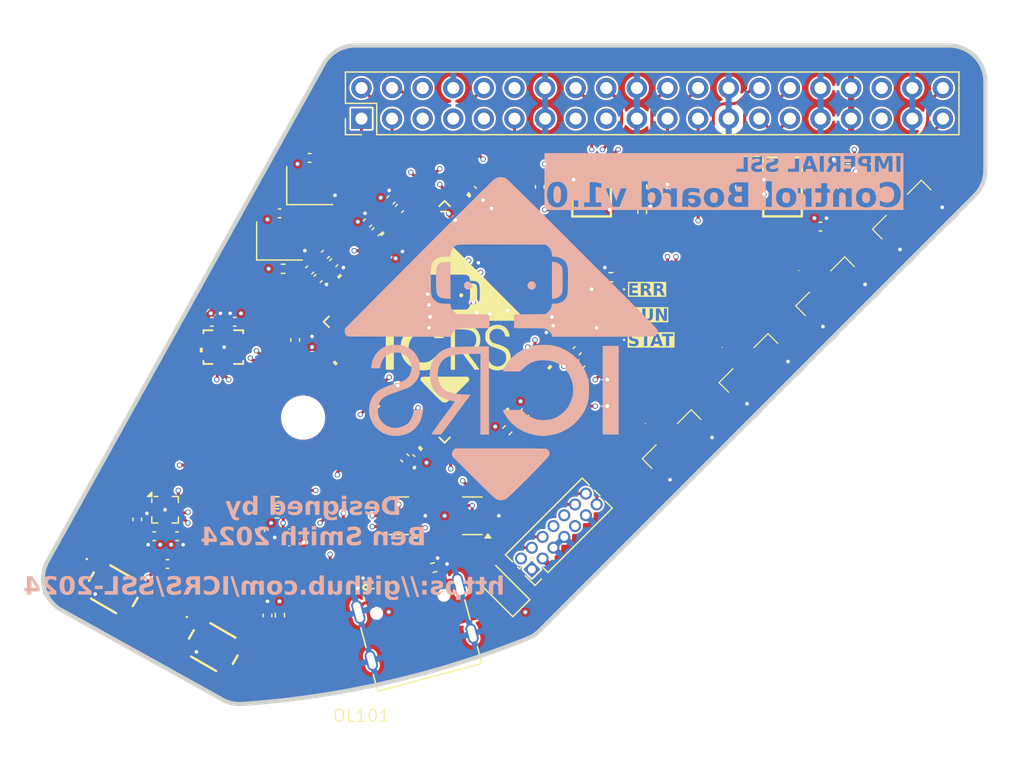
<source format=kicad_pcb>
(kicad_pcb (version 20240108) (generator "pcbnew") (generator_version "8.0")
  (layers (0 "F.Cu" signal) (1 "In1.Cu" signal) (2 "In2.Cu" signal) (31 "B.Cu" signal) (34 "B.Paste" user) (35 "F.Paste" user) (36 "B.SilkS" user "B.Silkscreen") (37 "F.SilkS" user "F.Silkscreen") (38 "B.Mask" user) (39 "F.Mask" user) (44 "Edge.Cuts" user))
  (net 0 "")
  (net 1 "GND")
  (net 2 "+5V")
  (net 3 "+3.3V")
  (net 4 "/NRST")
  (net 5 "/BOOT")
  (net 6 "/VDDA")
  (net 7 "/VCAP1")
  (net 8 "/VCAP2")
  (net 9 "/VREF+")
  (net 10 "/MAG_C1")
  (net 11 "/LEDR")
  (net 12 "/LEDR_K")
  (net 13 "/LEDG")
  (net 14 "/LEDG_K")
  (net 15 "/LEDB")
  (net 16 "/LEDB_K")
  (net 17 "/CAN1_RX")
  (net 18 "/CAN1_TX")
  (net 19 "/CAN1_H")
  (net 20 "/CAN1_SILENT")
  (net 21 "VBUS")
  (net 22 "VSYS")
  (net 23 "+12V")
  (net 24 "/CAN1_L")
  (net 25 "/CAN2_RX")
  (net 26 "/CAN2_L")
  (net 27 "/CAN2_TX")
  (net 28 "/CAN2_H")
  (net 29 "/CAN2_SILENT")
  (net 30 "/CC2")
  (net 32 "/USB_DP")
  (net 33 "/USB_DN")
  (net 34 "/CC1")
  (net 37 "/SWDIO")
  (net 39 "/USART1_TX")
  (net 41 "/USART1_RX")
  (net 42 "/SWCLK")
  (net 44 "/ENC_A")
  (net 45 "/ENC_B")
  (net 46 "/~{SLEEP}")
  (net 47 "/TRIG")
  (net 48 "/MOTOR_EN")
  (net 49 "/MOTOR_PH")
  (net 54 "/EEPROM_WC")
  (net 55 "/SPI3_MOSI")
  (net 56 "/SPI3_CS")
  (net 57 "/IMU_INT1")
  (net 60 "/SPI3_MISO")
  (net 63 "/SPI3_SCK")
  (net 64 "/IMU_INT2")
  (net 65 "/SPI4_SCK")
  (net 66 "/SPI4_CS")
  (net 67 "/SPI4_MOSI")
  (net 68 "/MAG_DRDY")
  (net 69 "/MAG_INT")
  (net 70 "/SPI4_MISO")
  (net 71 "/OSC")
  (net 74 "/OSC_32")
  (net 102 "/NRF24_IRQ")
  (net 103 "/NRF24_MODE")
  (net 104 "/NRF24_CE")
  (net 105 "/I2C2_SCL")
  (net 106 "/I2C2_SDA")
  (net 107 "/SPI1_MOSI")
  (net 108 "/SPI1_CS")
  (net 109 "/SPI1_MISO")
  (net 110 "/SPI1_SCK")
  (net 113 "/VSYS_ADC")
  (net 114 "/ISYS_ADC")
  (net 115 "/BTN")
  (net 116 "/GPIO1")
  (net 117 "/UART8_RX")
  (net 118 "/UART8_TX")
  (net 119 "/I2C4_SCL")
  (net 120 "/I2C4_SDA")
  (net 121 "/GPIO3")
  (net 122 "/GPIO2")
  (footprint "Resistor_SMD:R_0402_1005Metric" (layer "F.Cu") (at 182.400001 85.9 180)
    (property "Reference" "R107" (hide yes))
    (property "Value" "100k")
  )
  (footprint "Resistor_SMD:R_0402_1005Metric" (layer "F.Cu") (at 179.2 88.2 -90)
    (property "Reference" "R101" (hide yes))
    (property "Value" "120R")
  )
  (footprint "LED_SMD:LED_0402_1005Metric" (layer "F.Cu") (at 160.700001 100.9 180)
    (property "Reference" "D103" (hide yes))
    (property "Value" "Blue")
  )
  (footprint "Capacitor_SMD:C_0402_1005Metric" (layer "F.Cu") (at 136.4 95.8 -135)
    (property "Reference" "C121" (hide yes))
    (property "Value" "1u")
  )
  (footprint "Capacitor_SMD:C_0402_1005Metric" (layer "F.Cu") (at 154.8 88.200001 90)
    (property "Reference" "C102" (hide yes))
    (property "Value" "100n")
  )
  (footprint "Resistor_SMD:R_0402_1005Metric" (layer "F.Cu") (at 133.5 95.000001 180)
    (property "Reference" "FB101" (hide yes))
    (property "Value" "120R@100MHz")
  )
  (footprint "SSL Footprints:ICRS_15mm" (layer "F.Cu") (at 147.054756 99.322009)
    (property "Reference" "G***" (hide yes))
    (property "Value" "LOGO" (hide yes))
  )
  (footprint "Resistor_SMD:R_0402_1005Metric" (layer "F.Cu") (at 140.8 121.2 -165)
    (property "Reference" "R114" (hide yes))
    (property "Value" "5k1")
  )
  (footprint "Capacitor_SMD:C_0402_1005Metric" (layer "F.Cu") (at 135.7 95.1 -135)
    (property "Reference" "C118" (hide yes))
    (property "Value" "100n")
  )
  (footprint "Diode_SMD:D_SOD-123" (layer "F.Cu") (at 151.6 121.500001 135)
    (property "Reference" "D104" (hide yes))
    (property "Value" "SS0540_R1_00001")
  )
  (footprint "Resistor_SMD:R_0402_1005Metric" (layer "F.Cu") (at 146 119.8 15)
    (property "Reference" "R115" (hide yes))
    (property "Value" "5k1")
  )
  (footprint "SSL Footprints:TS204225WT160SMTTRMSL" (layer "F.Cu") (at 119.400001 121.6 -30)
    (property "Reference" "S101" (hide yes))
    (property "Value" "TS20-42-25-WT-160-SMT-TR" (hide yes))
  )
  (footprint "SSL Footprints:STM32H723VGT6" (layer "F.Cu") (at 146.9 99.4 -45)
    (property "Reference" "U101" (hide yes))
    (property "Value" "STM32H723VGT6")
  )
  (footprint "Capacitor_SMD:C_0402_1005Metric" (layer "F.Cu") (at 143.6 110.7 -45)
    (property "Reference" "C120" (hide yes))
    (property "Value" "2u2")
  )
  (footprint "SSL Footprints:SOIC127P600X175-8N" (layer "F.Cu") (at 159.1 88.205)
    (property "Reference" "IC102" (hide yes))
    (property "Value" "TJA1057GT/3" (hide yes))
  )
  (footprint "Oscillator:Oscillator_SMD_Abracon_ASE-4Pin_3.2x2.5mm" (layer "F.Cu") (at 133.200001 92.7)
    (property "Reference" "X101" (hide yes))
    (property "Value" "25MHz_Clock")
  )
  (footprint "SSL Footprints:SM02BGHSTBLFSN" (layer "F.Cu") (at 185.5 90.75 45)
    (property "Reference" "J101" (hide yes))
    (property "Value" "SM02B-GHS-TB_LF__SN_" (hide yes))
  )
  (footprint "Resistor_SMD:R_0402_1005Metric" (layer "F.Cu") (at 160.700001 95.700001)
    (property "Reference" "R111" (hide yes))
    (property "Value" "2k7")
  )
  (footprint "Resistor_SMD:R_0402_1005Metric" (layer "F.Cu") (at 160.700001 97.8)
    (property "Reference" "R112" (hide yes))
    (property "Value" "2k7")
  )
  (footprint "Resistor_SMD:R_0402_1005Metric" (layer "F.Cu") (at 152.100001 108.4 45)
    (property "Reference" "R104" (hide yes))
    (property "Value" "4k7")
  )
  (footprint "Resistor_SMD:R_0402_1005Metric" (layer "F.Cu") (at 133 115.3)
    (property "Reference" "R106" (hide yes))
    (property "Value" "4k7")
  )
  (footprint "SSL Footprints:HRO_TYPE-C-31-M-12" (layer "F.Cu") (at 145 126.4 15)
    (property "Reference" "J108" (hide yes))
    (property "Value" "TYPE-C-31-M-12" (hide yes))
  )
  (footprint "Capacitor_SMD:C_0402_1005Metric" (layer "F.Cu") (at 137.7 94.500001 45)
    (property "Reference" "C124" (hide yes))
    (property "Value" "1u")
  )
  (footprint "SSL Footprints:BMI270_BOS" (layer "F.Cu") (at 128.532782 101.500001 180)
    (property "Reference" "U106" (hide yes))
    (property "Value" "BMI270" (hide yes))
  )
  (footprint "SSL Footprints:SM02BGHSTBLFSN" (layer "F.Cu") (at 172.772078 103.477922 45)
    (property "Reference" "J103" (hide yes))
    (property "Value" "SM02B-GHS-TB_LF__SN_" (hide yes))
  )
  (footprint "Capacitor_SMD:C_0402_1005Metric" (layer "F.Cu") (at 170.7 88.2 90)
    (property "Reference" "C104" (hide yes))
    (property "Value" "100n")
  )
  (footprint "Capacitor_SMD:C_0402_1005Metric" (layer "F.Cu") (at 142.445228 89.288373 45)
    (property "Reference" "C117" (hide yes))
    (property "Value" "1u")
  )
  (footprint "Capacitor_SMD:C_0402_1005Metric" (layer "F.Cu") (at 143.152334 89.99548 45)
    (property "Reference" "C116" (hide yes))
    (property "Value" "100n")
  )
  (footprint "Capacitor_SMD:C_0402_1005Metric" (layer "F.Cu") (at 157.9 101.8 -135)
    (property "Reference" "C112" (hide yes))
    (property "Value" "100n")
  )
  (footprint "Capacitor_SMD:C_0402_1005Metric" (layer "F.Cu") (at 121.4 115.8 90)
    (property "Reference" "C136" (hide yes))
    (property "Value" "100n")
  )
  (footprint "Capacitor_SMD:C_0402_1005Metric" (layer "F.Cu") (at 133.2 90.4)
    (property "Reference" "C110" (hide yes))
    (property "Value" "100n")
  )
  (footprint "Capacitor_SMD:C_0402_1005Metric" (layer "F.Cu") (at 158.2 102.9 45)
    (property "Reference" "C123" (hide yes))
    (property "Value" "2u2")
  )
  (footprint "Connector_PinHeader_2.54mm:PinHeader_2x20_P2.54mm_Vertical" (layer "F.Cu") (at 140.000001 82.540001 90)
    (property "Reference" "J112" (hide yes))
    (property "Value" "Conn_02x20_Odd_Even")
  )
  (footprint "Resistor_SMD:R_0402_1005Metric" (layer "F.Cu") (at 180.4 85.900001 180)
    (property "Reference" "R108" (hide yes))
    (property "Value" "10k")
  )
  (footprint "Capacitor_SMD:C_0402_1005Metric" (layer "F.Cu") (at 137 93.8 45)
    (property "Reference" "C126" (hide yes))
    (property "Value" "100n")
  )
  (footprint "Capacitor_SMD:C_0402_1005Metric" (layer "F.Cu") (at 123.9 119.5)
    (property "Reference" "C105" (hide yes))
    (property "Value" "10n")
  )
  (footprint "SSL Footprints:TS204225WT160SMTTRMSL" (layer "F.Cu") (at 127.700001 126.4 -30)
    (property "Reference" "S102" (hide yes))
    (property "Value" "TS20-42-25-WT-160-SMT-TR" (hide yes))
  )
  (footprint "SSL Footprints:SM02BGHSTBLFSN" (layer "F.Cu") (at 179.136039 97.113961 45)
    (property "Reference" "J102" (hide yes))
    (property "Value" "SM02B-GHS-TB_LF__SN_" (hide yes))
  )
  (footprint "Resistor_SMD:R_0402_1005Metric" (layer "F.Cu") (at 160.700001 99.9)
    (property "Reference" "R113" (hide yes))
    (property "Value" "2k7")
  )
  (footprint "Package_TO_SOT_SMD:SOT-23-6" (layer "F.Cu") (at 149.200001 115.5 180)
    (property "Reference" "U105" (hide yes))
    (property "Value" "USBLC6-4SC6")
  )
  (footprint "Package_LGA:LGA-12_2x2mm_P0.5mm" (layer "F.Cu") (at 123.7 115)
    (property "Reference" "U107" (hide yes))
    (property "Value" "LIS3MDL")
  )
  (footprint "LED_SMD:LED_0402_1005Metric" (layer "F.Cu") (at 160.700001 96.7 180)
    (property "Reference" "D101" (hide yes))
    (property "Value" "Red")
  )
  (footprint "Capacitor_SMD:C_0402_1005Metric" (layer "F.Cu") (at 134.5 100.9 90)
    (property "Reference" "C114" (hide yes))
    (property "Value" "100n")
  )
  (footprint "SSL Footprints:SOIC127P600X175-8N" (layer "F.Cu") (at 174.95 88.2)
    (property "Reference" "IC101" (hide yes))
    (property "Value" "TJA1057GT/3" (hide yes))
  )
  (footprint "Oscillator:Oscillator_SMD_Abracon_ASE-4Pin_3.2x2.5mm" (layer "F.Cu") (at 135.7 88.1)
    (property "Reference" "X102" (hide yes))
    (property "Value" "32.768kHz_Clock")
  )
  (footprint "SSL Footprints:M24C08FMH6TG" (layer "F.Cu") (at 134.000001 117.3 180)
    (property "Reference" "U102" (hide yes))
    (property "Value" "M24C08-FMH6TG" (hide yes))
  )
  (footprint "Capacitor_SMD:C_0402_1005Metric" (layer "F.Cu") (at 129.481981 99.4 180)
    (property "Reference" "C134" (hide yes))
    (property "Value" "100n")
  )
  (footprint "SSL Footprints:daughter_board_outline_v1" (layer "F.Cu") (at 140 80)
    (property "Reference" "OL101")
    (property "Value" "~")
    (fp_line (start -26.05964 39.25982) (end -3.147487 -1.982057) (stroke (width 0.35)) (layer "Edge.Cuts"))
    (fp_line (start -24.894135 43.339199) (end -11.552459 50.751242) (stroke (width 0.35)) (layer "Edge.Cuts"))
    (fp_line (start 14.804771 45.015716) (end 50.910613 8.909873) (stroke (width 0.35)) (layer "Edge.Cuts"))
    (fp_line (start 48.785054 -3.525055) (end -0.525146 -3.525055) (stroke (width 0.35)) (layer "Edge.Cuts"))
    (fp_line (start 51.785055 -0.507169) (end 51.785055 6.792799) (stroke (width 0.35)) (layer "Edge.Cuts"))
    (fp_arc (start -24.894135 43.339199) (mid -26.321752 41.540893) (end -26.05964 39.25982) (stroke (width 0.35)) (layer "Edge.Cuts"))
    (fp_arc (start -9.887759 51.121561) (mid -10.746978 51.057184) (end -11.552459 50.751242) (stroke (width 0.35)) (layer "Edge.Cuts"))
    (fp_arc (start -3.147487 -1.982057) (mid -2.046453 -3.110685) (end -0.525146 -3.525055) (stroke (width 0.35)) (layer "Edge.Cuts"))
    (fp_arc (start 13.802969 45.677673) (mid 2.171106 49.328734) (end -9.88776 51.121561) (stroke (width 0.35)) (layer "Edge.Cuts"))
    (fp_arc (start 14.804771 45.015716) (mid 14.337326 45.397325) (end 13.80297 45.677673) (stroke (width 0.35)) (layer "Edge.Cuts"))
    (fp_arc (start 48.785054 -3.525055) (mid 50.912709 -2.640033) (end 51.785055 -0.507169) (stroke (width 0.35)) (layer "Edge.Cuts"))
    (fp_arc (start 51.785055 6.792799) (mid 51.557838 7.938075) (end 50.910613 8.909873) (stroke (width 0.35)) (layer "Edge.Cuts"))
  )
  (footprint "SSL Footprints:SM02BGHSTBLFSN" (layer "F.Cu") (at 166.4 109.8 45)
    (property "Reference" "J104" (hide yes))
    (property "Value" "SM02B-GHS-TB_LF__SN_" (hide yes))
  )
  (footprint "Capacitor_SMD:C_0402_1005Metric" (layer "F.Cu") (at 141.207791 91.940024 45)
    (property "Reference" "C113" (hide yes))
    (property "Value" "100n")
  )
  (footprint "Connector_PinHeader_1.27mm:PinHeader_2x07_P1.27mm_Vertical" (layer "F.Cu") (at 154.137258 119.946625 135)
    (property "Reference" "J110" (hide yes))
    (property "Value" "20021112-00014T1LF")
  )
  (footprint "Capacitor_SMD:C_0402_1005Metric" (layer "F.Cu") (at 163.300001 90.300001 90)
    (property "Reference" "C103" (hide yes))
    (property "Value" "100n")
  )
  (footprint "Capacitor_SMD:C_0402_1005Metric" (layer "F.Cu") (at 135.700001 85.8)
    (property "Reference" "C109" (hide yes))
    (property "Value" "100n")
  )
  (footprint "Resistor_SMD:R_0402_1005Metric" (layer "F.Cu") (at 153.5 107.008571 -135)
    (property "Reference" "R109" (hide yes))
    (property "Value" "4k7")
  )
  (footprint "Capacitor_SMD:C_0402_1005Metric" (layer "F.Cu") (at 149.200001 88.500001 -45)
    (property "Reference" "C111" (hide yes))
    (property "Value" "100n")
  )
  (footprint "Resistor_SMD:R_0402_1005Metric" (layer "F.Cu") (at 133 114.3)
    (property "Reference" "R103" (hide yes))
    (property "Value" "4k7")
  )
  (footprint "Capacitor_SMD:C_0402_1005Metric" (layer "F.Cu") (at 140.500001 91.2 45)
    (property "Reference" "C119" (hide yes))
    (property "Value" "4u7")
  )
  (footprint "Package_TO_SOT_SMD:SOT-23-6" (layer "F.Cu") (at 143.1 115.5 180)
    (property "Reference" "U103" (hide yes))
    (property "Value" "USBLC6-4SC6")
  )
  (footprint "Resistor_SMD:R_0402_1005Metric" (layer "F.Cu") (at 163.3 88.2 -90)
    (property "Reference" "R102" (hide yes))
    (property "Value" "120R")
  )
  (footprint "Capacitor_SMD:C_0402_1005Metric" (layer "F.Cu") (at 122.8 117.2 180)
    (property "Reference" "C137" (hide yes))
    (property "Value" "100n")
  )
  (footprint "Capacitor_SMD:C_0402_1005Metric" (layer "F.Cu") (at 178.1 91.500001)
    (property "Reference" "C101" (hide yes))
    (property "Value" "100n")
  )
  (footprint "Resistor_SMD:R_0402_1005Metric" (layer "F.Cu") (at 133.23 123.75 90)
    (property "Reference" "R105" (hide yes))
    (property "Value" "10k")
  )
  (footprint "Capacitor_SMD:C_0402_1005Metric" (layer "F.Cu") (at 132.2 123.78 90)
    (property "Reference" "C106" (hide yes))
    (property "Value" "10n")
  )
  (footprint "Capacitor_SMD:C_0402_1005Metric" (layer "F.Cu") (at 124.7 117.2)
    (property "Reference" "C138" (hide yes))
    (property "Value" "1u")
  )
  (footprint "Capacitor_SMD:C_0402_1005Metric" (layer "F.Cu") (at 131.6 116.700001 -90)
    (property "Reference" "C115" (hide yes))
    (property "Value" "100n")
  )
  (footprint "LED_SMD:LED_0402_1005Metric" (layer "F.Cu") (at 160.700001 98.8 180)
    (property "Reference" "D102" (hide yes))
    (property "Value" "Green")
  )
  (footprint "Capacitor_SMD:C_0402_1005Metric" (layer "F.Cu") (at 127.581981 99.4)
    (property "Reference" "C133" (hide yes))
    (property "Value" "100n")
  )
  (footprint "Capacitor_SMD:C_0402_1005Metric" (layer "F.Cu") (at 144.601904 110.254089 135)
    (property "Reference" "C122" (hide yes))
    (property "Value" "100n")
  )
  (footprint "SSL Footprints:ICRS_30mm" (layer "B.Cu") (at 151.290488 100.644019 180)
    (property "Reference" "G***" (hide yes))
    (property "Value" "LOGO" (hide yes))
  )
  (gr_text "https://github.com/ICRS/SSL-2024" (at 151.9 122.3 0) (layer "B.SilkS") (effects (font (size 1.5 1.5) (thickness 0.3) (bold yes)) (justify left bottom mirror)))
  (gr_text "_{IMPERIAL SSL}\nControl Board v1.0" (at 184.9 90.2 0) (layer "B.SilkS" knockout) (effects (font (size 2 2) (thickness 0.3) (bold yes)) (justify left bottom mirror)))
  (gr_text "Designed by\nBen Smith 2024" (at 136 118.2 0) (layer "B.SilkS") (effects (font (size 1.5 1.5) (thickness 0.3) (bold yes)) (justify bottom mirror)))
  (gr_text "RUN" (at 162.1 98.9 0) (layer "F.SilkS" knockout) (effects (font (size 1 1) (thickness 0.2) (bold yes)) (justify left)))
  (gr_text "ERR" (at 162.1 96.800001 0) (layer "F.SilkS" knockout) (effects (font (size 1 1) (thickness 0.2) (bold yes)) (justify left)))
  (gr_text "STAT" (at 162.1 101 0) (layer "F.SilkS" knockout) (effects (font (size 1 1) (thickness 0.2) (bold yes)) (justify left)))
  (segment (start 125.18 117.2) (end 125.18 117.88) (width 0.25) (layer "F.Cu") (net 1))
  (segment (start 172.25 87.565) (end 170.855 87.565) (width 0.25) (layer "F.Cu") (net 1))
  (segment (start 178.58 90.82) (end 178.6 90.8) (width 0.25) (layer "F.Cu") (net 1))
  (segment (start 117.065497 121.493478) (end 117.186371 121.493477) (width 0.25) (layer "F.Cu") (net 1))
  (segment (start 156.4 87.570001) (end 157.570001 87.57) (width 0.25) (layer "F.Cu") (net 1))
  (segment (start 134.25 93.525) (end 135.275 93.525001) (width 0.25) (layer "F.Cu") (net 1))
  (segment (start 140.153217 122.78113) (end 139.743095 123.491482) (width 0.25) (layer "F.Cu") (net 1))
  (segment (start 128.532781 100.5475) (end 128.032782 100.5475) (width 0.25) (layer "F.Cu") (net 1))
  (segment (start 147.783884 90.950075) (end 147.783884 90.737944) (width 0.25) (layer "F.Cu") (net 1))
  (segment (start 128.061981 99.4) (end 128.061981 98.938019) (width 0.25) (layer "F.Cu") (net 1))
  (segment (start 122.9375 114.75) (end 123.375 114.750001) (width 0.25) (layer "F.Cu") (net 1))
  (segment (start 128.032782 99.429199) (end 128.061981 99.4) (width 0.25) (layer "F.Cu") (net 1))
  (segment (start 179.89 85.9) (end 179.2 85.9) (width 0.25) (layer "F.Cu") (net 1))
  (segment (start 136.060589 96.139411) (end 136.815147 96.139411) (width 0.25) (layer "F.Cu") (net 1))
  (segment (start 144.116045 110.862777) (end 143.939411 111.039411) (width 0.25) (layer "F.Cu") (net 1))
  (segment (start 144.2375 115.5) (end 145.300001 115.500001) (width 0.25) (layer "F.Cu") (net 1))
  (segment (start 155.562058 100.283883) (end 157.417585 102.139412) (width 0.25) (layer "F.Cu") (net 1))
  (segment (start 124.38 119.500001) (end 124.907107 118.972894) (width 0.25) (layer "F.Cu") (net 1))
  (segment (start 137.339412 93.460589) (end 138.039411 94.16059) (width 0.25) (layer "F.Cu") (net 1))
  (segment (start 123.375 114.750001) (end 123.45 114.675001) (width 0.25) (layer "F.Cu") (net 1))
  (segment (start 142.784639 88.948962) (end 142.748963 88.948962) (width 0.25) (layer "F.Cu") (net 1))
  (segment (start 136.18 85.8) (end 135.846446 86.133554) (width 0.25) (layer "F.Cu") (net 1))
  (segment (start 137.775 88.925001) (end 137.800001 88.9) (width 0.25) (layer "F.Cu") (net 1))
  (segment (start 122.18 115.320001) (end 122.2 115.300001) (width 0.25) (layer "F.Cu") (net 1))
  (segment (start 131.6 117.18) (end 132.68 117.180001) (width 0.25) (layer "F.Cu") (net 1))
  (segment (start 160.19 97.8) (end 160.190001 97.79) (width 0.25) (layer "F.Cu") (net 1))
  (segment (start 144.262492 109.815681) (end 144.262492 109.914678) (width 0.25) (layer "F.Cu") (net 1))
  (segment (start 128.061981 98.938019) (end 128.3 98.7) (width 0.25) (layer "F.Cu") (net 1))
  (segment (start 147.10243 119.504605) (end 146.492622 119.668003) (width 0.25) (layer "F.Cu") (net 1))
  (segment (start 133.346447 92.621447) (end 134.25 93.525) (width 0.25) (layer "F.Cu") (net 1))
  (segment (start 135.846448 88.021447) (end 136.75 88.925) (width 0.25) (layer "F.Cu") (net 1))
  (segment (start 160.19 94.910001) (end 160.2 94.9) (width 0.25) (layer "F.Cu") (net 1))
  (segment (start 128.532781 101.432781) (end 128.6 101.5) (width 0.25) (layer "F.Cu") (net 1))
  (segment (start 134.000001 117.3) (end 132.8 117.3) (width 0.25) (layer "F.Cu") (net 1))
  (segment (start 144.262492 109.914678) (end 144.262492 110.509223) (width 0.25) (layer "F.Cu") (net 1))
  (segment (start 144.4 111.5) (end 143.939411 111.039411) (width 0.25) (layer "F.Cu") (net 1))
  (segment (start 133.68 90.4) (end 133.346446 90.733554) (width 0.25) (layer "F.Cu") (net 1))
  (segment (start 157.83532 102.414142) (end 157.560589 102.139412) (width 0.25) (layer "F.Cu") (net 1))
  (segment (start 132.68 117.180001) (end 132.8 117.3) (width 0.25) (layer "F.Cu") (net 1))
  (segment (start 123.45 114.675001) (end 123.450001 114.2375) (width 0.25) (layer "F.Cu") (net 1))
  (segment (start 173.365 87.565) (end 173.4 87.6) (width 0.25) (layer "F.Cu") (net 1))
  (segment (start 145.329092 108.749082) (end 144.262492 109.815681) (width 0.25) (layer "F.Cu") (net 1))
  (segment (start 160.190001 97.79) (end 159.1 96.7) (width 0.25) (layer "F.Cu") (net 1))
  (segment (start 134.697354 100.617355) (end 134.5 100.420001) (width 0.25) (layer "F.Cu") (net 1))
  (segment (start 155.349927 100.283884) (end 155.562058 100.283883) (width 0.25) (layer "F.Cu") (net 1))
  (segment (start 140.679647 122.640073) (end 140.153217 122.78113) (width 0.25) (layer "F.Cu") (net 1))
  (segment (start 137.197364 100.617354) (end 134.697354 100.617355) (width 0.25) (layer "F.Cu") (net 1))
  (segment (start 125.365497 126.293477) (end 125.379263 126.293478) (width 0.25) (layer "F.Cu") (net 1))
  (segment (start 156.4 87.570001) (end 154.95 87.57) (width 0.25) (layer "F.Cu") (net 1))
  (segment (start 132.2 123.300001) (end 132.2 122.600001) (width 0.25) (layer "F.Cu") (net 1))
  (segment (start 160.19 95.7) (end 160.19 94.910001) (width 0.25) (layer "F.Cu") (net 1))
  (segment (start 147.388001 120.842575) (end 148.098353 121.252697) (width 0.25) (layer "F.Cu") (net 1))
  (segment (start 139.666467 121.503729) (end 140.307378 121.331998) (width 0.25) (layer "F.Cu") (net 1))
  (segment (start 117.539924 121.639924) (end 117.9 122.000001) (width 0.25) (layer "F.Cu") (net 1))
  (segment (start 140.333133 121.346868) (end 140.307378 121.331998) (width 0.25) (layer "F.Cu") (net 1))
  (segment (start 135.7 86.487107) (end 135.7 87.667893) (width 0.25) (layer "F.Cu") (net 1))
  (segment (start 128.532781 100.5475) (end 128.532781 100.076308) (width 0.25) (layer "F.Cu") (net 1))
  (segment (start 141.547202 91.925882) (end 141.547202 91.600612) (width 0.25) (layer "F.Cu") (net 1))
  (segment (start 160.19 99.9) (end 159.500001 99.9) (width 0.25) (layer "F.Cu") (net 1))
  (segment (start 139.318685 96.061324) (end 138.5 95.242639) (width 0.25) (layer "F.Cu") (net 1))
  (segment (start 129.001981 99.4) (end 129.001981 98.798019) (width 0.25) (layer "F.Cu") (net 1))
  (segment (start 144.262492 109.914678) (end 144.227137 109.879322) (width 0.25) (layer "F.Cu") (net 1))
  (segment (start 128.032782 100.5475) (end 128.032782 99.429199) (width 0.25) (layer "F.Cu") (net 1))
  (segment (start 125.18 117.88) (end 125.2 117.9) (width 0.25) (layer "F.Cu") (net 1))
  (segment (start 150.3375 115.500001) (end 151.4 115.500001) (width 0.25) (layer "F.Cu") (net 1))
  (segment (start 140.839412 90.860589) (end 140.760589 90.860589) (width 0.25) (layer "F.Cu") (net 1))
  (segment (start 140.839412 90.860589) (end 140.839411 90.892822) (width 0.25) (layer "F.Cu") (net 1))
  (segment (start 149.539411 88.982416) (end 149.539412 88.839412) (width 0.25) (layer "F.Cu") (net 1))
  (segment (start 146.861572 120.983631) (end 146.512057 119.679223) (width 0.25) (layer "F.Cu") (net 1))
  (segment (start 135.36059 95.439411) (end 136.060589 96.139411) (width 0.25) (layer "F.Cu") (net 1))
  (segment (start 163.98 89.82) (end 164 89.8) (width 0.25) (layer "F.Cu") (net 1))
  (segment (start 140.679647 122.640073) (end 140.333133 121.346868) (width 0.25) (layer "F.Cu") (net 1))
  (segment (start 138.039411 94.16059) (end 138.353554 94.474732) (width 0.25) (layer "F.Cu") (net 1))
  (segment (start 140.760589 90.860589) (end 140.3 90.4) (width 0.25) (layer "F.Cu") (net 1))
  (segment (start 142.500665 92.879345) (end 143.18769 93.566369) (width 0.25) (layer "F.Cu") (net 1))
  (segment (start 140.1318 120.676732) (end 140.307378 121.331998) (width 0.25) (layer "F.Cu") (net 1))
  (segment (start 125.200001 118.265786) (end 125.2 117.9) (width 0.25) (layer "F.Cu") (net 1))
  (segment (start 122.25 115.25) (end 122.2 115.300001) (width 0.25) (layer "F.Cu") (net 1))
  (segment (start 123.375 114.750001) (end 123.45 114.75) (width 0.25) (layer "F.Cu") (net 1))
  (segment (start 133.2 91.087107) (end 133.2 92.267893) (width 0.25) (layer "F.Cu") (net 1))
  (segment (start 157.570001 87.57) (end 157.6 87.6) (width 0.25) (layer "F.Cu") (net 1))
  (segment (start 122.32 117.2) (end 122.32 117.880001) (width 0.25) (layer "F.Cu") (net 1))
  (segment (start 142.500665 92.879345) (end 141.547202 91.925882) (width 0.25) (layer "F.Cu") (net 1))
  (segment (start 154.95 87.57) (end 154.8 87.72) (width 0.25) (layer "F.Cu") (net 1))
  (segment (start 158.539411 102.560589) (end 158.188874 102.560589) (width 0.25) (layer "F.Cu") (net 1))
  (segment (start 137.027279 96.227279) (end 137.100001 96.300001) (width 0.25) (layer "F.Cu") (net 1))
  (segment (start 122.32 117.880001) (end 122.3 117.900001) (width 0.25) (layer "F.Cu") (net 1))
  (segment (start 170.855 87.565) (end 170.7 87.72) (width 0.25) (layer "F.Cu") (net 1))
  (segment (start 122.9375 114.75) (end 122.9375 115.25) (width 0.25) (layer "F.Cu") (net 1))
  (segment (start 135.275 93.525001) (end 135.300001 93.5) (width 0.25) (layer "F.Cu") (net 1))
  (segment (start 157.417585 102.139412) (end 157.560589 102.139412) (width 0.25) (layer "F.Cu") (net 1))
  (segment (start 128.679228 99.722753) (end 129.001981 99.4) (width 0.25) (layer "F.Cu") (net 1))
  (segment (start 146.317375 119.013969) (end 146.492622 119.668003) (width 0.25) (layer "F.Cu") (net 1))
  (segment (start 146.861572 120.983631) (end 147.388001 120.842575) (width 0.25) (layer "F.Cu") (net 1))
  (segment (start 138.500001 94.828285) (end 138.500001 94.9) (width 0.25) (layer "F.Cu") (net 1))
  (segment (start 143.491746 89.656069) (end 142.784639 88.948962) (width 0.25) (layer "F.Cu") (net 1))
  (segment (start 136.75 88.925) (end 137.775 88.925001) (width 0.25) (layer "F.Cu") (net 1))
  (segment (start 146.512057 119.679223) (end 146.492622 119.668003) (width 0.25) (layer "F.Cu") (net 1))
  (segment (start 128.532781 100.5475) (end 128.532781 101.432781) (width 0.25) (layer "F.Cu") (net 1))
  (segment (start 140.839411 90.892822) (end 141.547202 91.600612) (width 0.25) (layer "F.Cu") (net 1))
  (segment (start 126.08637 126.58637) (end 126.3 126.800001) (width 0.25) (layer "F.Cu") (net 1))
  (segment (start 123.45 114.75) (end 123.7 115) (width 0.25) (layer "F.Cu") (net 1))
  (segment (start 172.25 87.565) (end 173.365 87.565) (width 0.25) (layer "F.Cu") (net 1))
  (segment (start 138.5 95.242639) (end 138.500001 94.9) (width 0.25) (layer "F.Cu") (net 1))
  (segment (start 121.4 115.32) (end 122.18 115.320001) (width 0.25) (layer "F.Cu") (net 1))
  (segment (start 129.001981 98.798019) (end 129.1 98.7) (width 0.25) (layer "F.Cu") (net 1))
  (segment (start 122.9375 115.25) (end 122.25 115.25) (width 0.25) (layer "F.Cu") (net 1))
  (segment (start 147.783884 90.737944) (end 149.539411 88.982416) (width 0.25) (layer "F.Cu") (net 1))
  (segment (start 142.748963 88.948962) (end 142.300001 88.5) (width 0.25) (layer "F.Cu") (net 1))
  (segment (start 178.58 91.500001) (end 178.58 90.82) (width 0.25) (layer "F.Cu") (net 1))
  (segment (start 163.3 89.82) (end 163.98 89.82) (width 0.25) (layer "F.Cu") (net 1))
  (segment (start 143.18769 93.566369) (end 143.399822 93.56637) (width 0.25) (layer "F.Cu") (net 1))
  (via (at 135.9 100.617355) (size 0.45) (drill 0.3) (layers "F.Cu" "B.Cu") (net 1))
  (via (at 149.7 94.5) (size 0.45) (drill 0.3) (layers "F.Cu" "B.Cu") (net 1))
  (via (at 151.4 115.500001) (size 0.45) (drill 0.3) (layers "F.Cu" "B.Cu") (net 1))
  (via (at 132.2 122.600001) (size 0.45) (drill 0.3) (layers "F.Cu" "B.Cu") (net 1))
  (via (at 165.60804 112.50822) (size 0.45) (drill 0.3) (layers "F.Cu" "B.Cu") (net 1))
  (via (at 159.1 96.7) (size 0.45) (drill 0.3) (layers "F.Cu" "B.Cu") (net 1))
  (via (at 137.100001 96.300001) (size 0.45) (drill 0.3) (layers "F.Cu" "B.Cu") (net 1))
  (via (at 159.500001 99.9) (size 0.45) (drill 0.3) (layers "F.Cu" "B.Cu") (net 1))
  (via (at 145.5 97.1) (size 0.45) (drill 0.3) (layers "F.Cu" "B.Cu") (net 1))
  (via (at 144.4 111.5) (size 0.45) (drill 0.3) (layers "F.Cu" "B.Cu") (net 1))
  (via (at 169.1 109) (size 0.45) (drill 0.3) (layers "F.Cu" "B.Cu") (net 1))
  (via (at 147.10243 119.504605) (size 0.45) (drill 0.3) (layers "F.Cu" "B.Cu") (net 1))
  (via (at 140.3 90.4) (size 0.45) (drill 0.3) (layers "F.Cu" "B.Cu") (net 1))
  (via (at 157.6 87.6) (size 0.45) (drill 0.3) (layers "F.Cu" "B.Cu") (net 1))
  (via (at 146.317375 119.013969) (size 0.45) (drill 0.3) (layers "F.Cu" "B.Cu") (net 1))
  (via (at 132.8 117.3) (size 0.45) (drill 0.3) (layers "F.Cu" "B.Cu") (net 1))
  (via (at 188.2 89.900001) (size 0.45) (drill 0.3) (layers "F.Cu" "B.Cu") (net 1))
  (via (at 184.7 93.4) (size 0.45) (drill 0.3) (layers "F.Cu" "B.Cu") (net 1))
  (via (at 123.7 115) (size 0.45) (drill 0.3) (layers "F.Cu" "B.Cu") (net 1))
  (via (at 128.6 101.5) (size 0.45) (drill 0.3) (layers "F.Cu" "B.Cu") (net 1))
  (via (at 140.1318 120.676732) (size 0.45) (drill 0.3) (layers "F.Cu" "B.Cu") (net 1))
  (via (at 129.1 98.7) (size 0.45) (drill 0.3) (layers "F.Cu" "B.Cu") (net 1))
  (via (at 142.300001 88.5) (size 0.45) (drill 0.3) (layers "F.Cu" "B.Cu") (net 1))
  (via (at 122.3 117.900001) (size 0.45) (drill 0.3) (layers "F.Cu" "B.Cu") (net 1))
  (via (at 126.3 126.800001) (size 0.45) (drill 0.3) (layers "F.Cu" "B.Cu") (net 1))
  (via (at 178.6 90.8) (size 0.45) (drill 0.3) (layers "F.Cu" "B.Cu") (net 1))
  (via (at 145.600001 99.900001) (size 0.45) (drill 0.3) (layers "F.Cu" "B.Cu") (net 1))
  (via (at 179.2 85.9) (size 0.45) (drill 0.3) (layers "F.Cu" "B.Cu") (net 1))
  (via (at 117.9 122.000001) (size 0.45) (drill 0.3) (layers "F.Cu" "B.Cu") (net 1))
  (via (at 128.3 98.7) (size 0.45) (drill 0.3) (layers "F.Cu" "B.Cu") (net 1))
  (via (at 138.500001 94.9) (size 0.45) (drill 0.3) (layers "F.Cu" "B.Cu") (net 1))
  (via (at 137.800001 88.9) (size 0.45) (drill 0.3) (layers "F.Cu" "B.Cu") (net 1))
  (via (at 155.349927 100.283884) (size 0.45) (drill 0.3) (layers "F.Cu" "B.Cu") (net 1))
  (via (at 135.300001 93.5) (size 0.45) (drill 0.3) (layers "F.Cu" "B.Cu") (net 1))
  (via (at 125.2 117.9) (size 0.45) (drill 0.3) (layers "F.Cu" "B.Cu") (net 1))
  (via (at 173.4 87.6) (size 0.45) (drill 0.3) (layers "F.Cu" "B.Cu") (net 1))
  (via (at 160.2 94.9) (size 0.45) (drill 0.3) (layers "F.Cu" "B.Cu") (net 1))
  (via (at 181.8 96.3) (size 0.45) (drill 0.3) (layers "F.Cu" "B.Cu") (net 1))
  (via (at 147.783884 90.950075) (size 0.45) (drill 0.3) (layers "F.Cu" "B.Cu") (net 1))
  (via (at 164 89.8) (size 0.45) (drill 0.3) (layers "F.Cu" "B.Cu") (net 1))
  (via (at 172 106.2) (size 0.45) (drill 0.3) (layers "F.Cu" "B.Cu") (net 1))
  (via (at 122.2 115.300001) (size 0.45) (drill 0.3) (layers "F.Cu" "B.Cu") (net 1))
  (via (at 143.399822 93.56637) (size 0.45) (drill 0.3) (layers "F.Cu" "B.Cu") (net 1))
  (via (at 139.666467 121.503729) (size 0.45) (drill 0.3) (layers "F.Cu" "B.Cu") (net 1))
  (via (at 145.300001 115.500001) (size 0.45) (drill 0.3) (layers "F.Cu" "B.Cu") (net 1))
  (via (at 175.4 102.7) (size 0.45) (drill 0.3) (layers "F.Cu" "B.Cu") (net 1))
  (via (at 178.3 99.800001) (size 0.45) (drill 0.3) (layers "F.Cu" "B.Cu") (net 1))
  (arc (start 135.846446 86.133554) (mid 135.73806 86.295767) (end 135.7 86.487107) (width 0.25) (layer "F.Cu") (net 1))
  (arc (start 157.83532 102.414142) (mid 157.997533 102.522529) (end 158.188874 102.560589) (width 0.25) (layer "F.Cu") (net 1))
  (arc (start 138.353554 94.474732) (mid 138.46194 94.636944) (end 138.500001 94.828285) (width 0.25) (layer "F.Cu") (net 1))
  (arc (start 144.116045 110.862777) (mid 144.224432 110.700565) (end 144.262492 110.509223) (width 0.25) (layer "F.Cu") (net 1))
  (arc (start 135.846448 88.021447) (mid 135.73806 87.859236) (end 135.7 87.667893) (width 0.25) (layer "F.Cu") (net 1))
  (arc (start 125.200001 118.265786) (mid 125.123881 118.648469) (end 124.907107 118.972894) (width 0.25) (layer "F.Cu") (net 1))
  (arc (start 128.532781 100.076308) (mid 128.570842 99.884965) (end 128.679228 99.722753) (width 0.25) (layer "F.Cu") (net 1))
  (arc (start 125.379263 126.293478) (mid 125.761946 126.369598) (end 126.08637 126.58637) (width 0.25) (layer "F.Cu") (net 1))
  (arc (start 117.186371 121.493477) (mid 117.377712 121.531537) (end 117.539924 121.639924) (width 0.25) (layer "F.Cu") (net 1))
  (arc (start 133.346447 92.621447) (mid 133.23806 92.459235) (end 133.2 92.267893) (width 0.25) (layer "F.Cu") (net 1))
  (arc (start 133.2 91.087107) (mid 133.23806 90.895766) (end 133.346446 90.733554) (width 0.25) (layer "F.Cu") (net 1))
  (arc (start 137.027279 96.227279) (mid 136.929952 96.162247) (end 136.815147 96.139411) (width 0.25) (layer "F.Cu") (net 1))
  (segment (start 170.855 88.835) (end 170.700001 88.68) (width 0.25) (layer "F.Cu") (net 2))
  (segment (start 157.178413 88.84) (end 154.96 88.84) (width 0.25) (layer "F.Cu") (net 2))
  (segment (start 172.250001 88.835) (end 170.855 88.835) (width 0.25) (layer "F.Cu") (net 2))
  (segment (start 154.96 88.84) (end 154.8 88.68) (width 0.25) (layer "F.Cu") (net 2))
  (segment (start 158.184201 88.158402) (end 157.73184 88.610763) (width 0.25) (layer "F.Cu") (net 2))
  (segment (start 172.250001 88.835) (end 173.365 88.835) (width 0.25) (layer "F.Cu") (net 2))
  (segment (start 160.285786 85.7) (end 159.514214 85.7) (width 0.25) (layer "F.Cu") (net 2))
  (segment (start 161.3 85.1) (end 160.992893 85.407108) (width 0.25) (layer "F.Cu") (net 2))
  (segment (start 158.3 86.914214) (end 158.3 87.685787) (width 0.25) (layer "F.Cu") (net 2))
  (segment (start 158.807108 85.992894) (end 158.592893 86.207108) (width 0.25) (layer "F.Cu") (net 2))
  (segment (start 173.365 88.835) (end 173.4 88.8) (width 0.25) (layer "F.Cu") (net 2))
  (via (at 161.3 85.1) (size 0.45) (drill 0.3) (layers "F.Cu" "B.Cu") (net 2))
  (via (at 173.4 88.8) (size 0.45) (drill 0.3) (layers "F.Cu" "B.Cu") (net 2))
  (arc (start 158.3 87.685787) (mid 158.270034 87.928768) (end 158.184201 88.158402) (width 0.25) (layer "F.Cu") (net 2))
  (arc (start 159.514214 85.7) (mid 159.131531 85.77612) (end 158.807108 85.992894) (width 0.25) (layer "F.Cu") (net 2))
  (arc (start 157.178413 88.84) (mid 157.477926 88.780423) (end 157.73184 88.610763) (width 0.25) (layer "F.Cu") (net 2))
  (arc (start 158.592893 86.207108) (mid 158.37612 86.531531) (end 158.3 86.914214) (width 0.25) (layer "F.Cu") (net 2))
  (arc (start 160.992893 85.407108) (mid 160.668469 85.62388) (end 160.285786 85.7) (width 0.25) (layer "F.Cu") (net 2))
  (segment (start 132.15 90.95) (end 132.2 90.9) (width 0.25) (layer "F.Cu") (net 3))
  (segment (start 132.15 91.875001) (end 132.15 90.95) (width 0.25) (layer "F.Cu") (net 3))
  (segment (start 133.230001 123.24) (end 133.23 122.63) (width 0.25) (layer "F.Cu") (net 3))
  (segment (start 135.78 101.380001) (end 135.900001 101.5) (width 0.25) (layer "F.Cu") (net 3))
  (segment (start 134.65 86.35) (end 134.7 86.300001) (width 0.25) (layer "F.Cu") (net 3))
  (segment (start 142.834137 93.919921) (end 142.834136 94.132054) (width 0.25) (layer "F.Cu") (net 3))
  (segment (start 151.739376 108.760625) (end 151.739377 108.739377) (width 0.25) (layer "F.Cu") (net 3))
  (segment (start 129.961981 99.4) (end 129.961981 98.738019) (width 0.25) (layer "F.Cu") (net 3))
  (segment (start 124.096447 117.076447) (end 124.22 117.2) (width 0.25) (layer "F.Cu") (net 3))
  (segment (start 144.941314 110.593501) (end 144.941314 110.641315) (width 0.25) (layer "F.Cu") (net 3))
  (segment (start 162.94 90.78) (end 162.270001 90.11) (width 0.25) (layer "F.Cu") (net 3))
  (segment (start 142.812923 90.334891) (end 142.105816 89.627784) (width 0.25) (layer "F.Cu") (net 3))
  (segment (start 124.22 117.880001) (end 124.2 117.900001) (width 0.25) (layer "F.Cu") (net 3))
  (segment (start 142.105817 89.627785) (end 142.105818 89.605817) (width 0.25) (layer "F.Cu") (net 3))
  (segment (start 127.179834 99.477853) (end 127.101981 99.4) (width 0.25) (layer "F.Cu") (net 3))
  (segment (start 151.739377 108.739377) (end 151.100001 108.1) (width 0.25) (layer "F.Cu") (net 3))
  (segment (start 142.812923 90.363174) (end 142.812923 90.334891) (width 0.25) (layer "F.Cu") (net 3))
  (segment (start 140.139411 91.539411) (end 139.7 91.1) (width 0.25) (layer "F.Cu") (net 3))
  (segment (start 129.961981 98.738019) (end 130 98.7) (width 0.25) (layer "F.Cu") (net 3))
  (segment (start 177.620001 91.5) (end 177.620001 90.82) (width 0.25) (layer "F.Cu") (net 3))
  (segment (start 132.990001 95) (end 132.3 95.000001) (width 0.25) (layer "F.Cu") (net 3))
  (segment (start 131.6 116.22) (end 132.38 116.22) (width 0.25) (layer "F.Cu") (net 3))
  (segment (start 135.22 85.78) (end 134.7 86.300001) (width 0.25) (layer "F.Cu") (net 3))
  (segment (start 156.602637 100.617354) (end 157.299426 101.314143) (width 0.25) (layer "F.Cu") (net 3))
  (segment (start 132.7 90.4) (end 132.2 90.9) (width 0.25) (layer "F.Cu") (net 3))
  (segment (start 140.160589 91.571643) (end 140.86838 92.279435) (width 0.25) (layer "F.Cu") (net 3))
  (segment (start 147.253554 90.419745) (end 147.394974 90.419744) (width 0.25) (layer "F.Cu") (net 3))
  (segment (start 145.682646 109.102638) (end 145.052405 109.732878) (width 0.25) (layer "F.Cu") (net 3))
  (segment (start 177.620001 90.82) (end 177.6 90.8) (width 0.25) (layer "F.Cu") (net 3))
  (segment (start 155.915612 99.930328) (end 155.915613 99.718198) (width 0.25) (layer "F.Cu") (net 3))
  (segment (start 177.65 90.105) (end 177.650001 90.750001) (width 0.25) (layer "F.Cu") (net 3))
  (segment (start 144.941314 110.641315) (end 145.4 111.1) (width 0.25) (layer "F.Cu") (net 3))
  (segment (start 129.961981 99.618299) (end 129.03278 100.5475) (width 0.25) (layer "F.Cu") (net 3))
  (segment (start 141.19365 92.279435) (end 140.868379 92.279434) (width 0.25) (layer "F.Cu") (net 3))
  (segment (start 140.16059 91.539412) (end 140.139411 91.539411) (width 0.25) (layer "F.Cu") (net 3))
  (segment (start 144.905959 110.086431) (end 144.90596 110.558145) (width 0.25) (layer "F.Cu") (net 3))
  (segment (start 123.450001 115.7625) (end 123.45 117.03) (width 0.25) (layer "F.Cu") (net 3))
  (segment (start 129.961981 99.4) (end 129.961981 99.618299) (width 0.25) (layer "F.Cu") (net 3))
  (segment (start 137.009835 101.511992) (end 135.911992 101.511992) (width 0.25) (layer "F.Cu") (net 3))
  (segment (start 132.490001 115.300001) (end 132.490001 116.09) (width 0.25) (layer "F.Cu") (net 3))
  (segment (start 137.550918 100.970909) (end 137.009835 101.511992) (width 0.25) (layer "F.Cu") (net 3))
  (segment (start 157.652979 101.460589) (end 158.239411 101.460589) (width 0.25) (layer "F.Cu") (net 3))
  (segment (start 127.101981 99.4) (end 127.101981 99.09802) (width 0.25) (layer "F.Cu") (net 3))
  (segment (start 132.490001 116.09) (end 132.5 116.1) (width 0.25) (layer "F.Cu") (net 3))
  (segment (start 177.650001 90.750001) (end 177.6 90.8) (width 0.25) (layer "F.Cu") (net 3))
  (segment (start 123.28 117.2) (end 123.28 117.88) (width 0.25) (layer "F.Cu") (net 3))
  (segment (start 142.147112 93.232897) (end 141.19365 92.279435) (width 0.25) (layer "F.Cu") (net 3))
  (segment (start 134.5 117.7) (end 135.2 117.7) (width 0.25) (layer "F.Cu") (net 3))
  (segment (start 161.8 90.11) (end 160.610001 90.110001) (width 0.25) (layer "F.Cu") (net 3))
  (segment (start 142.105818 89.605817) (end 141.6 89.1) (width 0.25) (layer "F.Cu") (net 3))
  (segment (start 127.326282 100.749999) (end 127.326281 99.831407) (width 0.25) (layer "F.Cu") (net 3))
  (segment (start 135.911992 101.511992) (end 135.900001 101.5) (width 0.25) (layer "F.Cu") (net 3))
  (segment (start 127.101981 99.09802) (end 127.5 98.7) (width 0.25) (layer "F.Cu") (net 3))
  (segment (start 132.72 90.4) (end 132.7 90.4) (width 0.25) (layer "F.Cu") (net 3))
  (segment (start 132.38 116.22) (end 132.5 116.1) (width 0.25) (layer "F.Cu") (net 3))
  (segment (start 153.847947 106.647948) (end 153.200001 106) (width 0.25) (layer "F.Cu") (net 3))
  (segment (start 148.0625 115.5) (end 146.9 115.5) (width 0.25) (layer "F.Cu") (net 3))
  (segment (start 156.602637 100.617354) (end 155.915612 99.930328) (width 0.25) (layer "F.Cu") (net 3))
  (segment (start 134.5 101.38) (end 135.78 101.380001) (width 0.25) (layer "F.Cu") (net 3))
  (segment (start 148.86059 88.95413) (end 148.860589 88.160589) (width 0.25) (layer "F.Cu") (net 3))
  (segment (start 162.270001 90.11) (end 161.8 90.11) (width 0.25) (layer "F.Cu") (net 3))
  (segment (start 123.45 117.03) (end 123.28 117.2) (width 0.25) (layer "F.Cu") (net 3))
  (segment (start 160.610001 90.110001) (end 160.600001 90.1) (width 0.25) (layer "F.Cu") (net 3))
  (segment (start 123.95 115.762501) (end 123.95 116.722893) (width 0.25) (layer "F.Cu") (net 3))
  (segment (start 132.49 114.300001) (end 132.490001 115.300001) (width 0.25) (layer "F.Cu") (net 3))
  (segment (start 123.450001 115.7625) (end 123.95 115.762501) (width 0.25) (layer "F.Cu") (net 3))
  (segment (start 133.23 122.63) (end 133.2 122.600001) (width 0.25) (layer "F.Cu") (net 3))
  (segment (start 134.65 87.275) (end 134.65 86.35) (width 0.25) (layer "F.Cu") (net 3))
  (segment (start 142.147112 93.232897) (end 142.834137 93.919921) (width 0.25) (layer "F.Cu") (net 3))
  (segment (start 153.860625 106.647948) (end 153.847947 106.647948) (width 0.25) (layer "F.Cu") (net 3))
  (segment (start 143.914879 91.46513) (end 142.812923 90.363174) (width 0.25) (layer "F.Cu") (net 3))
  (segment (start 163.3 90.78) (end 162.94 90.78) (width 0.25) (layer "F.Cu") (net 3))
  (segment (start 147.394974 90.419744) (end 148.86059 88.95413) (width 0.25) (layer "F.Cu") (net 3))
  (segment (start 124.22 117.2) (end 124.22 117.880001) (width 0.25) (layer "F.Cu") (net 3))
  (segment (start 123.28 117.88) (end 123.3 117.900001) (width 0.25) (layer "F.Cu") (net 3))
  (segment (start 140.16059 91.539412) (end 140.160589 91.571643) (width 0.25) (layer "F.Cu") (net 3))
  (via (at 130 98.7) (size 0.45) (drill 0.3) (layers "F.Cu" "B.Cu") (net 3))
  (via (at 145.4 111.1) (size 0.45) (drill 0.3) (layers "F.Cu" "B.Cu") (net 3))
  (via (at 132.2 90.9) (size 0.45) (drill 0.3) (layers "F.Cu" "B.Cu") (net 3))
  (via (at 127.5 98.7) (size 0.45) (drill 0.3) (layers "F.Cu" "B.Cu") (net 3))
  (via (at 134.7 86.300001) (size 0.45) (drill 0.3) (layers "F.Cu" "B.Cu") (net 3))
  (via (at 133.2 122.600001) (size 0.45) (drill 0.3) (layers "F.Cu" "B.Cu") (net 3))
  (via (at 147.253554 90.419745) (size 0.45) (drill 0.3) (layers "F.Cu" "B.Cu") (net 3))
  (via (at 153.200001 106) (size 0.45) (drill 0.3) (layers "F.Cu" "B.Cu") (net 3))
  (via (at 132.5 116.1) (size 0.45) (drill 0.3) (layers "F.Cu" "B.Cu") (net 3))
  (via (at 151.100001 108.1) (size 0.45) (drill 0.3) (layers "F.Cu" "B.Cu") (net 3))
  (via (at 132.3 95.000001) (size 0.45) (drill 0.3) (layers "F.Cu" "B.Cu") (net 3))
  (via (at 139.7 91.1) (size 0.45) (drill 0.3) (layers "F.Cu" "B.Cu") (net 3))
  (via (at 146.9 115.5) (size 0.45) (drill 0.3) (layers "F.Cu" "B.Cu") (net 3))
  (via (at 135.2 117.7) (size 0.45) (drill 0.3) (layers "F.Cu" "B.Cu") (net 3))
  (via (at 177.6 90.8) (size 0.45) (drill 0.3) (layers "F.Cu" "B.Cu") (net 3))
  (via (at 160.600001 90.1) (size 0.45) (drill 0.3) (layers "F.Cu" "B.Cu") (net 3))
  (via (at 141.6 89.1) (size 0.45) (drill 0.3) (layers "F.Cu" "B.Cu") (net 3))
  (via (at 123.3 117.900001) (size 0.45) (drill 0.3) (layers "F.Cu" "B.Cu") (net 3))
  (via (at 124.2 117.900001) (size 0.45) (drill 0.3) (layers "F.Cu" "B.Cu") (net 3))
  (via (at 135.900001 101.5) (size 0.45) (drill 0.3) (layers "F.Cu" "B.Cu") (net 3))
  (via (at 155.915613 99.718198) (size 0.45) (drill 0.3) (layers "F.Cu" "B.Cu") (net 3))
  (via (at 142.834136 94.132054) (size 0.45) (drill 0.3) (layers "F.Cu" "B.Cu") (net 3))
  (arc (start 127.326281 99.831407) (mid 127.288222 99.640065) (end 127.179834 99.477853) (width 0.25) (layer "F.Cu") (net 3))
  (arc (start 144.905959 110.086431) (mid 144.944019 109.895091) (end 145.052405 109.732878) (width 0.25) (layer "F.Cu") (net 3))
  (arc (start 157.299426 101.314143) (mid 157.461638 101.422529) (end 157.652979 101.460589) (width 0.25) (layer "F.Cu") (net 3))
  (arc (start 124.096447 117.076447) (mid 123.988061 116.914235) (end 123.95 116.722893) (width 0.25) (layer "F.Cu") (net 3))
  (segment (start 123.420001 119.5) (end 123.4 119.5) (width 0.25) (layer "F.Cu") (net 4))
  (segment (start 123.4 119.5) (end 122.3 120.6) (width 0.25) (layer "F.Cu") (net 4))
  (segment (start 147.4 111.6) (end 147.4 109.664669) (width 0.25) (layer "F.Cu") (net 4))
  (segment (start 148.4 112.6125) (end 148.4 112.6) (width 0.25) (layer "F.Cu") (net 4))
  (segment (start 122.3 120.6) (end 122.3 120.726812) (width 0.25) (layer "F.Cu") (net 4))
  (segment (start 145.415 96) (end 143.621322 96) (width 0.25) (layer "F.Cu") (net 4))
  (segment (start 157.720889 114.550001) (end 157.72936 114.558472) (width 0.25) (layer "F.Cu") (net 4))
  (segment (start 142.207108 95.414213) (end 141.086452 94.293557) (width 0.25) (layer "F.Cu") (net 4))
  (segment (start 122.007108 121.433919) (end 121.734503 121.706523) (width 0.25) (layer "F.Cu") (net 4))
  (segment (start 150.3375 114.55) (end 157.720889 114.550001) (width 0.25) (layer "F.Cu") (net 4))
  (segment (start 146.415 107.286574) (end 146.415 97) (width 0.25) (layer "F.Cu") (net 4))
  (segment (start 141.086452 94.293557) (end 140.439341 93.646446) (width 0.25) (layer "F.Cu") (net 4))
  (segment (start 150.3375 114.55) (end 148.4 112.6125) (width 0.25) (layer "F.Cu") (net 4))
  (segment (start 140.085788 93.5) (end 139.4 93.5) (width 0.25) (layer "F.Cu") (net 4))
  (via (at 122.3 120.6) (size 0.45) (drill 0.3) (layers "F.Cu" "B.Cu") (net 4))
  (via (at 148.4 112.6) (size 0.45) (drill 0.3) (layers "F.Cu" "B.Cu") (net 4))
  (via (at 147.4 111.6) (size 0.45) (drill 0.3) (layers "F.Cu" "B.Cu") (net 4))
  (via (at 139.4 93.5) (size 0.45) (drill 0.3) (layers "F.Cu" "B.Cu") (net 4))
  (arc (start 143.621322 96) (mid 142.855955 95.847759) (end 142.207108 95.414213) (width 0.25) (layer "F.Cu") (net 4))
  (arc (start 145.415 96) (mid 146.122107 96.292893) (end 146.415 97) (width 0.25) (layer "F.Cu") (net 4))
  (arc (start 140.439341 93.646446) (mid 140.277129 93.53806) (end 140.085788 93.5) (width 0.25) (layer "F.Cu") (net 4))
  (arc (start 146.415 107.286574) (mid 146.567241 108.05194) (end 147.000786 108.700786) (width 0.25) (layer "F.Cu") (net 4))
  (arc (start 122.3 120.726812) (mid 122.22388 121.109495) (end 122.007108 121.433919) (width 0.25) (layer "F.Cu") (net 4))
  (arc (start 147.4 109.664669) (mid 147.296226 109.142973) (end 147.000786 108.700786) (width 0.25) (layer "F.Cu") (net 4))
  (segment (start 138.490947 96.768432) (end 137.183106 95.460589) (width 0.25) (layer "F.Cu") (net 6))
  (segment (start 134.851543 94.848457) (end 134.787868 94.912132) (width 0.25) (layer "F.Cu") (net 6))
  (segment (start 136.039411 94.760589) (end 135.063676 94.760589) (width 0.25) (layer "F.Cu") (net 6))
  (segment (start 134.575736 95) (end 134.01 95) (width 0.25) (layer "F.Cu") (net 6))
  (segment (start 138.611577 96.768431) (end 138.490947 96.768432) (width 0.25) (layer "F.Cu") (net 6))
  (segment (start 136.039411 94.760589) (end 136.739411 95.46059) (width 0.25) (layer "F.Cu") (net 6))
  (segment (start 137.183106 95.460589) (end 136.739411 95.46059) (width 0.25) (layer "F.Cu") (net 6))
  (arc (start 134.575736 95) (mid 134.690541 94.977164) (end 134.787868 94.912132) (width 0.25) (layer "F.Cu") (net 6))
  (arc (start 135.063676 94.760589) (mid 134.94887 94.783425) (end 134.851543 94.848457) (width 0.25) (layer "F.Cu") (net 6))
  (segment (start 144.975538 108.39553) (end 143.260589 110.110478) (width 0.25) (layer "F.Cu") (net 7))
  (segment (start 143.260589 110.110478) (end 143.260589 110.360589) (width 0.25) (layer "F.Cu") (net 7))
  (segment (start 155.89553 101.324462) (end 157.81048 103.239411) (width 0.25) (layer "F.Cu") (net 8))
  (segment (start 157.81048 103.239411) (end 157.860589 103.239412) (width 0.25) (layer "F.Cu") (net 8))
  (segment (start 138.96513 96.414879) (end 138.936058 96.414879) (width 0.25) (layer "F.Cu") (net 9))
  (segment (start 138.936058 96.414879) (end 137.36059 94.839411) (width 0.25) (layer "F.Cu") (net 9))
  (segment (start 121.400001 116.280001) (end 122.200393 116.280001) (width 0.25) (layer "F.Cu") (net 10))
  (segment (start 122.553947 116.133553) (end 122.9375 115.75) (width 0.25) (layer "F.Cu") (net 10))
  (arc (start 122.200393 116.280001) (mid 122.391735 116.24194) (end 122.553947 116.133553) (width 0.25) (layer "F.Cu") (net 10))
  (segment (start 156.563961 95.392893) (end 155.188424 96.768432) (width 0.25) (layer "F.Cu") (net 11))
  (segment (start 158.200787 95.1) (end 157.271068 95.1) (width 0.25) (layer "F.Cu") (net 11))
  (segment (start 160.215001 96.7) (end 158.907893 95.392894) (width 0.25) (layer "F.Cu") (net 11))
  (arc (start 158.200787 95.1) (mid 158.583469 95.17612) (end 158.907893 95.392894) (width 0.25) (layer "F.Cu") (net 11))
  (arc (start 156.563961 95.392893) (mid 156.888384 95.176121) (end 157.271068 95.1) (width 0.25) (layer "F.Cu") (net 11))
  (segment (start 161.21 95.7) (end 161.21 96.675) (width 0.25) (layer "F.Cu") (net 12))
  (segment (start 161.21 96.675) (end 161.185001 96.7) (width 0.25) (layer "F.Cu") (net 12))
  (segment (start 156.274875 96.38909) (end 155.541977 97.121986) (width 0.25) (layer "F.Cu") (net 13))
  (segment (start 160.215001 98.8) (end 160.1 98.8) (width 0.25) (layer "F.Cu") (net 13))
  (segment (start 160.1 98.8) (end 157.689087 96.389088) (width 0.25) (layer "F.Cu") (net 13))
  (arc (start 156.274875 96.38909) (mid 156.98198 96.096195) (end 157.689087 96.389088) (width 0.25) (layer "F.Cu") (net 13))
  (segment (start 161.185 97.825) (end 161.210001 97.800001) (width 0.25) (layer "F.Cu") (net 14))
  (segment (start 161.185001 98.8) (end 161.185 97.825) (width 0.25) (layer "F.Cu") (net 14))
  (segment (start 158.607107 98.207107) (end 157.239087 96.839087) (width 0.25) (layer "F.Cu") (net 15))
  (segment (start 160.215001 100.9) (end 159.9 100.900001) (width 0.25) (layer "F.Cu") (net 15))
  (segment (start 156.53198 96.839088) (end 155.89553 97.475538) (width 0.25) (layer "F.Cu") (net 15))
  (segment (start 158.9 99.900001) (end 158.9 98.914215) (width 0.25) (layer "F.Cu") (net 15))
  (arc (start 158.9 98.914215) (mid 158.823881 98.531531) (end 158.607107 98.207107) (width 0.25) (layer "F.Cu") (net 15))
  (arc (start 156.53198 96.839088) (mid 156.885533 96.692641) (end 157.239087 96.839087) (width 0.25) (layer "F.Cu") (net 15))
  (arc (start 159.9 100.900001) (mid 159.192893 100.607107) (end 158.9 99.900001) (width 0.25) (layer "F.Cu") (net 15))
  (segment (start 161.185 99.925) (end 161.21 99.9) (width 0.25) (layer "F.Cu") (net 16))
  (segment (start 161.185001 100.9) (end 161.185 99.925) (width 0.25) (layer "F.Cu") (net 16))
  (segment (start 154.83487 96.414879) (end 157.263963 93.985786) (width 0.25) (layer "F.Cu") (net 17))
  (segment (start 172.25 90.400001) (end 172.25 90.105001) (width 0.25) (layer "F.Cu") (net 17))
  (segment (start 158.678176 93.400001) (end 169.25 93.4) (width 0.25) (layer "F.Cu") (net 17))
  (arc (start 157.263963 93.985786) (mid 157.91281 93.552242) (end 158.678176 93.400001) (width 0.25) (layer "F.Cu") (net 17))
  (arc (start 169.25 93.4) (mid 171.37132 92.52132) (end 172.25 90.400001) (width 0.25) (layer "F.Cu") (net 17))
  (segment (start 169.9 87.795) (end 169.900001 90.9) (width 0.25) (layer "F.Cu") (net 18))
  (segment (start 167.9 92.9) (end 158.678173 92.9) (width 0.25) (layer "F.Cu") (net 18))
  (segment (start 156.910406 93.632233) (end 154.481316 96.061324) (width 0.25) (layer "F.Cu") (net 18))
  (segment (start 172.25 86.295) (end 171.4 86.295) (width 0.25) (layer "F.Cu") (net 18))
  (arc (start 169.9 87.795) (mid 170.339341 86.73434) (end 171.4 86.295) (width 0.25) (layer "F.Cu") (net 18))
  (arc (start 167.9 92.9) (mid 169.314214 92.314214) (end 169.900001 90.9) (width 0.25) (layer "F.Cu") (net 18))
  (arc (start 156.910406 93.632233) (mid 157.721465 93.090301) (end 158.678173 92.9) (width 0.25) (layer "F.Cu") (net 18))
  (segment (start 166.163388 108.679505) (end 165.537331 108.053446) (width 0.25) (layer "F.Cu") (net 19))
  (segment (start 173.818632 101.731369) (end 173.217573 102.332427) (width 0.25) (layer "F.Cu") (net 19))
  (segment (start 184.637331 89.003446) (end 185.238389 89.604505) (width 0.25) (layer "F.Cu") (net 19))
  (segment (start 172.510467 102.332426) (end 171.909408 101.731368) (width 0.25) (layer "F.Cu") (net 19))
  (segment (start 180.182594 95.367408) (end 179.581534 95.968466) (width 0.25) (layer "F.Cu") (net 19))
  (segment (start 180.182594 95.367408) (end 173.818632 101.731369) (width 0.25) (layer "F.Cu") (net 19))
  (segment (start 184.637331 89.003446) (end 184.193067 88.559182) (width 0.25) (layer "F.Cu") (net 19))
  (segment (start 178.874427 95.968466) (end 178.273369 95.367407) (width 0.25) (layer "F.Cu") (net 19))
  (segment (start 181.792898 87.565001) (end 177.700001 87.565) (width 0.25) (layer "F.Cu") (net 19))
  (segment (start 173.818632 101.731369) (end 166.870495 108.679505) (width 0.25) (layer "F.Cu") (net 19))
  (segment (start 185.238389 90.311613) (end 180.182594 95.367408) (width 0.25) (layer "F.Cu") (net 19))
  (arc (start 166.163388 108.679505) (mid 166.516941 108.825951) (end 166.870495 108.679505) (width 0.25) (layer "F.Cu") (net 19))
  (arc (start 181.792898 87.565001) (mid 183.091861 87.82338) (end 184.193067 88.559182) (width 0.25) (layer "F.Cu") (net 19))
  (arc (start 178.874427 95.968466) (mid 179.22798 96.114912) (end 179.581534 95.968466) (width 0.25) (layer "F.Cu") (net 19))
  (arc (start 185.238389 89.604505) (mid 185.384835 89.958059) (end 185.238389 90.311613) (width 0.25) (layer "F.Cu") (net 19))
  (arc (start 172.510467 102.332426) (mid 172.864019 102.478873) (end 173.217573 102.332427) (width 0.25) (layer "F.Cu") (net 19))
  (segment (start 154.54264 104.921321) (end 153.420656 103.799337) (width 0.25) (layer "F.Cu") (net 20))
  (segment (start 175.100001 88.295) (end 175.1 92.671573) (width 0.25) (layer "F.Cu") (net 20))
  (segment (start 174.514213 94.085787) (end 163.678679 104.921322) (width 0.25) (layer "F.Cu") (net 20))
  (segment (start 177.65 86.295) (end 177.1 86.295001) (width 0.25) (layer "F.Cu") (net 20))
  (segment (start 161.557359 105.8) (end 156.663961 105.800001) (width 0.25) (layer "F.Cu") (net 20))
  (arc (start 177.1 86.295001) (mid 175.685786 86.880786) (end 175.100001 88.295) (width 0.25) (layer "F.Cu") (net 20))
  (arc (start 174.514213 94.085787) (mid 174.947759 93.43694) (end 175.1 92.671573) (width 0.25) (layer "F.Cu") (net 20))
  (arc (start 163.678679 104.921322) (mid 162.70541 105.57164) (end 161.557359 105.8) (width 0.25) (layer "F.Cu") (net 20))
  (arc (start 154.54264 104.921321) (mid 155.51591 105.571639) (end 156.663961 105.800001) (width 0.25) (layer "F.Cu") (net 20))
  (segment (start 141.9625 115.5) (end 140.9 115.5) (width 0.25) (layer "F.Cu") (net 21))
  (via (at 140.9 115.5) (size 0.45) (drill 0.3) (layers "F.Cu" "B.Cu") (net 21))
  (via (at 142.267402 123.483144) (size 0.45) (drill 0.3) (layers "F.Cu" "B.Cu") (net 21))
  (segment (start 187 82.471573) (end 187 82.088428) (width 0.25) (layer "F.Cu") (net 22))
  (segment (start 182.91 85.900001) (end 183.571573 85.9) (width 0.25) (layer "F.Cu") (net 22))
  (segment (start 187.585787 80.674214) (end 188.26 80) (width 0.25) (layer "F.Cu") (net 22))
  (segment (start 184.985787 85.314213) (end 186.414215 83.885787) (width 0.25) (layer "F.Cu") (net 22))
  (segment (start 152.766726 122.666726) (end 153.6 123.5) (width 1) (layer "F.Cu") (net 22))
  (via (at 153.6 123.5) (size 0.45) (drill 0.3) (layers "F.Cu" "B.Cu") (net 22))
  (arc (start 186.414215 83.885787) (mid 186.84776 83.23694) (end 187 82.471573) (width 0.25) (layer "F.Cu") (net 22))
  (arc (start 183.571573 85.9) (mid 184.33694 85.747759) (end 184.985787 85.314213) (width 0.25) (layer "F.Cu") (net 22))
  (arc (start 187.585787 80.674214) (mid 187.152241 81.323061) (end 187 82.088428) (width 0.25) (layer "F.Cu") (net 22))
  (segment (start 176.369097 95.230903) (end 177.389486 96.251291) (width 0.25) (layer "F.Cu") (net 24))
  (segment (start 176.400001 89.835001) (end 176.400001 95.2) (width 0.25) (layer "F.Cu") (net 24))
  (segment (start 176.400001 95.2) (end 174.45 97.15) (width 0.25) (layer "F.Cu") (net 24))
  (segment (start 164.011612 108.295497) (end 164.653446 108.937331) (width 0.25) (layer "F.Cu") (net 24))
  (segment (start 170.6 101) (end 164.011612 107.58839) (width 0.25) (layer "F.Cu") (net 24))
  (segment (start 177.65 88.835001) (end 181.872689 88.835) (width 0.25) (layer "F.Cu") (net 24))
  (segment (start 177.65 88.835001) (end 177.400001 88.835) (width 0.25) (layer "F.Cu") (net 24))
  (segment (start 171.025524 102.615252) (end 170.358689 101.948418) (width 0.25) (layer "F.Cu") (net 24))
  (segment (start 170.35869 101.24131) (end 176.369097 95.230903) (width 0.25) (layer "F.Cu") (net 24))
  (segment (start 183.286903 89.420787) (end 183.753446 89.88733) (width 0.25) (layer "F.Cu") (net 24))
  (arc (start 181.872689 88.835) (mid 182.638056 88.987241) (end 183.286903 89.420787) (width 0.25) (layer "F.Cu") (net 24))
  (arc (start 170.358689 101.948418) (mid 170.212243 101.594864) (end 170.35869 101.24131) (width 0.25) (layer "F.Cu") (net 24))
  (arc (start 176.400001 89.835001) (mid 176.692893 89.127893) (end 177.400001 88.835) (width 0.25) (layer "F.Cu") (net 24))
  (arc (start 164.011612 108.295497) (mid 163.865165 107.941944) (end 164.011612 107.58839) (width 0.25) (layer "F.Cu") (net 24))
  (segment (start 147 97.42132) (end 147 107.363963) (width 0.25) (layer "F.Cu") (net 25))
  (segment (start 156.39 90.1) (end 156.4 90.11) (width 0.25) (layer "F.Cu") (net 25))
  (segment (start 148.475746 95.324254) (end 147.43934 96.360661) (width 0.25) (layer "F.Cu") (net 25))
  (segment (start 147.43934 108.424623) (end 148.117354 109.102637) (width 0.25) (layer "F.Cu") (net 25))
  (segment (start 155.2 90.1) (end 156.39 90.1) (width 0.25) (layer "F.Cu") (net 25))
  (via (at 155.2 90.1) (size 0.45) (drill 0.3) (layers "F.Cu" "B.Cu") (net 25))
  (via (at 148.900001 94.3) (size 0.45) (drill 0.3) (layers "F.Cu" "B.Cu") (net 25))
  (arc (start 147 97.42132) (mid 147.114181 96.847296) (end 147.43934 96.360661) (width 0.25) (layer "F.Cu") (net 25))
  (arc (start 148.900001 94.3) (mid 148.78974 94.854328) (end 148.475746 95.324254) (width 0.25) (layer "F.Cu") (net 25))
  (arc (start 147 107.363963) (mid 147.114182 107.937989) (end 147.43934 108.424623) (width 0.25) (layer "F.Cu") (net 25))
  (segment (start 167.285787 80.654213) (end 167.940001 80) (width 0.25) (layer "F.Cu") (net 26))
  (segment (start 166.7 87.84) (end 166.7 82.068427) (width 0.25) (layer "F.Cu") (net 26))
  (segment (start 161.8 88.84) (end 165.7 88.840001) (width 0.25) (layer "F.Cu") (net 26))
  (arc (start 167.285787 80.654213) (mid 166.852241 81.303061) (end 166.7 82.068427) (width 0.25) (layer "F.Cu") (net 26))
  (arc (start 166.7 87.84) (mid 166.407108 88.547108) (end 165.7 88.840001) (width 0.25) (layer "F.Cu") (net 26))
  (segment (start 148.875724 95.724277) (end 147.892893 96.707107) (width 0.25) (layer "F.Cu") (net 27))
  (segment (start 147.6 97.414215) (end 147.600001 107.463959) (width 0.25) (layer "F.Cu") (net 27))
  (segment (start 155.200001 86.3) (end 156.400001 86.3) (width 0.25) (layer "F.Cu") (net 27))
  (segment (start 147.892893 108.171066) (end 148.470909 108.749082) (width 0.25) (layer "F.Cu") (net 27))
  (via (at 155.200001 86.3) (size 0.45) (drill 0.3) (layers "F.Cu" "B.Cu") (net 27))
  (via (at 149.9 95.300001) (size 0.45) (drill 0.3) (layers "F.Cu" "B.Cu") (net 27))
  (arc (start 147.892893 96.707107) (mid 147.67612 97.031531) (end 147.6 97.414215) (width 0.25) (layer "F.Cu") (net 27))
  (arc (start 147.892893 108.171066) (mid 147.67612 107.846644) (end 147.600001 107.463959) (width 0.25) (layer "F.Cu") (net 27))
  (arc (start 148.875724 95.724277) (mid 149.345674 95.410266) (end 149.9 95.300001) (width 0.25) (layer "F.Cu") (net 27))
  (segment (start 164.1 87.065) (end 164.1 82.128428) (width 0.25) (layer "F.Cu") (net 28))
  (segment (start 161.8 87.565) (end 163.6 87.565) (width 0.25) (layer "F.Cu") (net 28))
  (segment (start 164.685787 80.714214) (end 165.4 80.000001) (width 0.25) (layer "F.Cu") (net 28))
  (arc (start 163.6 87.565) (mid 163.953554 87.418554) (end 164.1 87.065) (width 0.25) (layer "F.Cu") (net 28))
  (arc (start 164.685787 80.714214) (mid 164.252241 81.363061) (end 164.1 82.128428) (width 0.25) (layer "F.Cu") (net 28))
  (segment (start 159.1 87.3) (end 159.1 90.4) (width 0.25) (layer "F.Cu") (net 29))
  (segment (start 155.33512 92.36488) (end 153.067103 94.632897) (width 0.25) (layer "F.Cu") (net 29))
  (segment (start 161.8 86.3) (end 160.1 86.3) (width 0.25) (layer "F.Cu") (net 29))
  (segment (start 158.1 91.4) (end 157.664547 91.400001) (width 0.25) (layer "F.Cu") (net 29))
  (segment (start 153.067103 94.632897) (end 153.067104 94.647112) (width 0.25) (layer "F.Cu") (net 29))
  (arc (start 155.33512 92.36488) (mid 156.40387 91.650765) (end 157.664547 91.400001) (width 0.25) (layer "F.Cu") (net 29))
  (arc (start 159.1 90.4) (mid 158.807108 91.107107) (end 158.1 91.4) (width 0.25) (layer "F.Cu") (net 29))
  (arc (start 160.1 86.3) (mid 159.392893 86.592894) (end 159.1 87.3) (width 0.25) (layer "F.Cu") (net 29))
  (segment (start 145.318095 120.259845) (end 145.507378 119.931998) (width 0.25) (layer "F.Cu") (net 30))
  (segment (start 145.460978 121.358919) (end 145.268145 120.639255) (width 0.25) (layer "F.Cu") (net 30))
  (arc (start 145.318095 120.259845) (mid 145.255385 120.444582) (end 145.268145 120.639255) (width 0.25) (layer "F.Cu") (net 30))
  (segment (start 155.188423 102.03157) (end 154.4 101.243147) (width 0.25) (layer "F.Cu") (net 32))
  (segment (start 144.495054 121.617738) (end 144.707285 122.409797) (width 0.25) (layer "F.Cu") (net 32))
  (segment (start 143.820274 122.673352) (end 143.728419 122.62032) (width 0.25) (layer "F.Cu") (net 32))
  (segment (start 144.707285 122.409797) (end 144.689608 122.440415) (width 0.25) (layer "F.Cu") (net 32))
  (segment (start 140.9 116.4) (end 141.9125 116.4) (width 0.25) (layer "F.Cu") (net 32))
  (segment (start 144.689608 122.440415) (end 143.820274 122.673352) (width 0.25) (layer "F.Cu") (net 32))
  (segment (start 154.4 101.243147) (end 154.4 100.9) (width 0.25) (layer "F.Cu") (net 32))
  (segment (start 141.9125 116.4) (end 141.9625 116.450001) (width 0.25) (layer "F.Cu") (net 32))
  (segment (start 143.728419 122.62032) (end 143.529129 121.876557) (width 0.25) (layer "F.Cu") (net 32))
  (segment (start 141.9625 116.450001) (end 143.529129 121.876558) (width 0.25) (layer "F.Cu") (net 32))
  (via (at 154.4 100.9) (size 0.45) (drill 0.3) (layers "F.Cu" "B.Cu") (net 32))
  (via (at 140.9 116.4) (size 0.45) (drill 0.3) (layers "F.Cu" "B.Cu") (net 32))
  (segment (start 142.185294 119.924803) (end 141.145776 119.324637) (width 0.25) (layer "F.Cu") (net 33))
  (segment (start 140.67985 118.717431) (end 139.958835 116.026568) (width 0.25) (layer "F.Cu") (net 33))
  (segment (start 143.170361 118.658205) (end 144.012092 121.747147) (width 0.25) (layer "F.Cu") (net 33))
  (segment (start 141.849417 114.484712) (end 141.9625 114.550001) (width 0.25) (layer "F.Cu") (net 33))
  (segment (start 153.949749 101.5) (end 153.8 101.5) (width 0.25) (layer "F.Cu") (net 33))
  (segment (start 154.83487 102.385121) (end 153.949749 101.5) (width 0.25) (layer "F.Cu") (net 33))
  (segment (start 143.046165 122.005966) (end 142.651219 120.53201) (width 0.25) (layer "F.Cu") (net 33))
  (segment (start 141.9625 114.550001) (end 143.1 114.55) (width 0.25) (layer "F.Cu") (net 33))
  (segment (start 140.665942 114.801823) (end 141.849417 114.484712) (width 0.25) (layer "F.Cu") (net 33))
  (segment (start 143.1 114.55) (end 143.100001 118.132382) (width 0.25) (layer "F.Cu") (net 33))
  (via (at 143.1 114.55) (size 0.45) (drill 0.3) (layers "F.Cu" "B.Cu") (net 33))
  (via (at 153.8 101.5) (size 0.45) (drill 0.3) (layers "F.Cu" "B.Cu") (net 33))
  (arc (start 140.665942 114.801823) (mid 140.058736 115.267749) (end 139.958835 116.026568) (width 0.25) (layer "F.Cu") (net 33))
  (arc (start 140.67985 118.717431) (mid 140.852422 119.067373) (end 141.145776 119.324637) (width 0.25) (layer "F.Cu") (net 33))
  (arc (start 143.170361 118.658205) (mid 143.117669 118.397637) (end 143.100001 118.132382) (width 0.25) (layer "F.Cu") (net 33))
  (arc (start 142.651219 120.53201) (mid 142.478647 120.182068) (end 142.185294 119.924803) (width 0.25) (layer "F.Cu") (net 33))
  (segment (start 142.563202 122.135376) (end 142.340655 121.304821) (width 0.25) (layer "F.Cu") (net 34))
  (segment (start 141.728283 120.951268) (end 141.292622 121.068002) (width 0.25) (layer "F.Cu") (net 34))
  (arc (start 141.728283 120.951268) (mid 142.107692 121.001218) (end 142.340655 121.304821) (width 0.25) (layer "F.Cu") (net 34))
  (segment (start 154.137259 118.150574) (end 149.562501 118.150574) (width 0.25) (layer "F.Cu") (net 37))
  (segment (start 156.8 103.1) (end 156.8 102.936037) (width 0.25) (layer "F.Cu") (net 37))
  (segment (start 148.0625 116.650574) (end 148.0625 116.55) (width 0.25) (layer "F.Cu") (net 37))
  (segment (start 156.8 102.936037) (end 155.541977 101.678014) (width 0.25) (layer "F.Cu") (net 37))
  (via (at 156.8 103.1) (size 0.45) (drill 0.3) (layers "F.Cu" "B.Cu") (net 37))
  (arc (start 149.562501 118.150574) (mid 148.50184 117.711234) (end 148.0625 116.650574) (width 0.25) (layer "F.Cu") (net 37))
  (segment (start 150.514466 110.085534) (end 152.16424 111.735309) (width 0.25) (layer "F.Cu") (net 39))
  (segment (start 148.824463 108.395531) (end 150.514466 110.085534) (width 0.25) (layer "F.Cu") (net 39))
  (segment (start 144.414466 114.55) (end 144.237501 114.55) (width 0.25) (layer "F.Cu") (net 39))
  (segment (start 149.664466 109.235534) (end 149.664466 109.921321) (width 0.25) (layer "F.Cu") (net 39))
  (segment (start 156.811936 113.660446) (end 158.627386 113.660446) (width 0.25) (layer "F.Cu") (net 39))
  (segment (start 149.371573 110.628427) (end 146.182233 113.817767) (width 0.25) (layer "F.Cu") (net 39))
  (arc (start 156.811936 113.660446) (mid 154.296621 113.160119) (end 152.16424 111.735309) (width 0.25) (layer "F.Cu") (net 39))
  (arc (start 149.664466 109.921321) (mid 149.588346 110.304004) (end 149.371573 110.628427) (width 0.25) (layer "F.Cu") (net 39))
  (arc (start 144.414466 114.55) (mid 145.371175 114.359699) (end 146.182233 113.817767) (width 0.25) (layer "F.Cu") (net 39))
  (segment (start 149.178014 108.041978) (end 152.428637 111.2926) (width 0.25) (layer "F.Cu") (net 41))
  (segment (start 156.067824 112.800001) (end 158.525412 112.8) (width 0.25) (layer "F.Cu") (net 41))
  (segment (start 145.300001 116.500001) (end 145.25 116.45) (width 0.25) (layer "F.Cu") (net 41))
  (segment (start 159.525412 113.8) (end 159.525412 114.558471) (width 0.25) (layer "F.Cu") (net 41))
  (segment (start 145.25 116.45) (end 144.237501 116.45) (width 0.25) (layer "F.Cu") (net 41))
  (via (at 145.300001 116.500001) (size 0.45) (drill 0.3) (layers "F.Cu" "B.Cu") (net 41))
  (arc (start 152.428637 111.2926) (mid 154.09831 112.40824) (end 156.067824 112.800001) (width 0.25) (layer "F.Cu") (net 41))
  (arc (start 159.525412 113.8) (mid 159.232519 113.092893) (end 158.525412 112.8) (width 0.25) (layer "F.Cu") (net 41))
  (segment (start 149.200001 114.65) (end 148.0625 114.65) (width 0.25) (layer "F.Cu") (net 42))
  (segment (start 155.8 99.000001) (end 155.8 98.985283) (width 0.25) (layer "F.Cu") (net 42))
  (segment (start 149.200001 116.252549) (end 149.200001 114.65) (width 0.25) (layer "F.Cu") (net 42))
  (segment (start 155.035284 117.252548) (end 150.200001 117.252548) (width 0.25) (layer "F.Cu") (net 42))
  (segment (start 155.8 98.985283) (end 156.602637 98.182646) (width 0.25) (layer "F.Cu") (net 42))
  (via (at 149.200001 114.65) (size 0.45) (drill 0.3) (layers "F.Cu" "B.Cu") (net 42))
  (via (at 155.8 99.000001) (size 0.45) (drill 0.3) (layers "F.Cu" "B.Cu") (net 42))
  (arc (start 150.200001 117.252548) (mid 149.492893 116.959656) (end 149.200001 116.252549) (width 0.25) (layer "F.Cu") (net 42))
  (segment (start 173.02 82.54) (end 173.807107 83.327108) (width 0.25) (layer "F.Cu") (net 44))
  (segment (start 155.249747 104.214214) (end 154.127764 103.092229) (width 0.25) (layer "F.Cu") (net 44))
  (segment (start 173.807107 93.392893) (end 162.985787 104.214214) (width 0.25) (layer "F.Cu") (net 44))
  (segment (start 174.1 84.034215) (end 174.100001 92.685787) (width 0.25) (layer "F.Cu") (net 44))
  (segment (start 161.571573 104.8) (end 156.663961 104.8) (width 0.25) (layer "F.Cu") (net 44))
  (arc (start 156.663961 104.8) (mid 155.898594 104.64776) (end 155.249747 104.214214) (width 0.25) (layer "F.Cu") (net 44))
  (arc (start 174.1 84.034215) (mid 174.023881 83.651531) (end 173.807107 83.327108) (width 0.25) (layer "F.Cu") (net 44))
  (arc (start 174.100001 92.685787) (mid 174.023881 93.068469) (end 173.807107 93.392893) (width 0.25) (layer "F.Cu") (net 44))
  (arc (start 161.571573 104.8) (mid 162.33694 104.647759) (end 162.985787 104.214214) (width 0.25) (layer "F.Cu") (net 44))
  (segment (start 153.774211 103.445781) (end 154.896196 104.567768) (width 0.25) (layer "F.Cu") (net 45))
  (segment (start 156.663963 105.3) (end 161.564466 105.3) (width 0.25) (layer "F.Cu") (net 45))
  (segment (start 174.892893 83.207108) (end 175.56 82.540001) (width 0.25) (layer "F.Cu") (net 45))
  (segment (start 163.332233 104.567768) (end 174.16066 93.739341) (width 0.25) (layer "F.Cu") (net 45))
  (segment (start 174.6 92.67868) (end 174.6 83.914214) (width 0.25) (layer "F.Cu") (net 45))
  (arc (start 163.332233 104.567768) (mid 162.521175 105.1097) (end 161.564466 105.3) (width 0.25) (layer "F.Cu") (net 45))
  (arc (start 174.892893 83.207108) (mid 174.67612 83.53153) (end 174.6 83.914214) (width 0.25) (layer "F.Cu") (net 45))
  (arc (start 174.16066 93.739341) (mid 174.48582 93.252706) (end 174.6 92.67868) (width 0.25) (layer "F.Cu") (net 45))
  (arc (start 156.663963 105.3) (mid 155.707254 105.109699) (end 154.896196 104.567768) (width 0.25) (layer "F.Cu") (net 45))
  (segment (start 169.112132 83.987868) (end 168.987868 84.112133) (width 0.25) (layer "F.Cu") (net 46))
  (segment (start 170.745786 81.3) (end 170.2 81.300001) (width 0.25) (layer "F.Cu") (net 46))
  (segment (start 169.2 82.3) (end 169.2 83.775736) (width 0.25) (layer "F.Cu") (net 46))
  (segment (start 168.900001 84.324265) (end 168.9 90.9) (width 0.25) (layer "F.Cu") (net 46))
  (segment (start 167.9 91.900001) (end 157.971067 91.900001) (width 0.25) (layer "F.Cu") (net 46))
  (segment (start 155.496193 92.925128) (end 153.420656 95.000664) (width 0.25) (layer "F.Cu") (net 46))
  (segment (start 173.02 80) (end 172.46 80) (width 0.25) (layer "F.Cu") (net 46))
  (segment (start 172.46 80) (end 171.452893 81.007107) (width 0.25) (layer "F.Cu") (net 46))
  (arc (start 168.9 90.9) (mid 168.607107 91.607107) (end 167.9 91.900001) (width 0.25) (layer "F.Cu") (net 46))
  (arc (start 155.496193 92.925128) (mid 156.631675 92.166422) (end 157.971067 91.900001) (width 0.25) (layer "F.Cu") (net 46))
  (arc (start 170.745786 81.3) (mid 171.12847 81.22388) (end 171.452893 81.007107) (width 0.25) (layer "F.Cu") (net 46))
  (arc (start 170.2 81.300001) (mid 169.492893 81.592893) (end 169.2 82.3) (width 0.25) (layer "F.Cu") (net 46))
  (arc (start 168.987868 84.112133) (mid 168.922836 84.209459) (end 168.900001 84.324265) (width 0.25) (layer "F.Cu") (net 46))
  (arc (start 169.112132 83.987868) (mid 169.177164 83.890542) (end 169.2 83.775736) (width 0.25) (layer "F.Cu") (net 46))
  (segment (start 173.845786 81.300001) (end 172.8 81.3) (width 0.25) (layer "F.Cu") (net 47))
  (segment (start 171.507107 83.692893) (end 169.985786 85.214214) (width 0.25) (layer "F.Cu") (net 47))
  (segment (start 175.56 80) (end 174.552893 81.007107) (width 0.25) (layer "F.Cu") (net 47))
  (segment (start 171.8 82.3) (end 171.8 82.985786) (width 0.25) (layer "F.Cu") (net 47))
  (segment (start 169.4 86.628428) (end 169.4 90.9) (width 0.25) (layer "F.Cu") (net 47))
  (segment (start 155.84975 93.27868) (end 153.77421 95.354219) (width 0.25) (layer "F.Cu") (net 47))
  (segment (start 167.9 92.400001) (end 157.971071 92.4) (width 0.25) (layer "F.Cu") (net 47))
  (arc (start 169.4 90.9) (mid 168.96066 91.960661) (end 167.9 92.400001) (width 0.25) (layer "F.Cu") (net 47))
  (arc (start 173.845786 81.300001) (mid 174.228469 81.22388) (end 174.552893 81.007107) (width 0.25) (layer "F.Cu") (net 47))
  (arc (start 155.84975 93.27868) (mid 156.823019 92.628362) (end 157.971071 92.4) (width 0.25) (layer "F.Cu") (net 47))
  (arc (start 169.4 86.628428) (mid 169.552241 85.863061) (end 169.985786 85.214214) (width 0.25) (layer "F.Cu") (net 47))
  (arc (start 171.8 82.985786) (mid 171.72388 83.368469) (end 171.507107 83.692893) (width 0.25) (layer "F.Cu") (net 47))
  (arc (start 171.8 82.3) (mid 172.092893 81.592893) (end 172.8 81.3) (width 0.25) (layer "F.Cu") (net 47))
  (segment (start 160.4 106.4) (end 160.177894 106.622108) (width 0.25) (layer "F.Cu") (net 48))
  (segment (start 159.470786 106.915001) (end 156.778959 106.915001) (width 0.25) (layer "F.Cu") (net 48))
  (segment (start 167.94 91) (end 167.94 82.540001) (width 0.25) (layer "F.Cu") (net 48))
  (segment (start 166.1 94.000001) (end 166.1 97.25736) (width 0.25) (layer "F.Cu") (net 48))
  (segment (start 165.22132 99.37868) (end 160.4 104.2) (width 0.25) (layer "F.Cu") (net 48))
  (segment (start 153.950532 105.743427) (end 152.713548 104.506443) (width 0.25) (layer "F.Cu") (net 48))
  (via (at 167.94 91) (size 0.45) (drill 0.3) (layers "F.Cu" "B.Cu") (net 48))
  (via (at 160.4 106.4) (size 0.45) (drill 0.3) (layers "F.Cu" "B.Cu") (net 48))
  (via (at 160.4 104.2) (size 0.45) (drill 0.3) (layers "F.Cu" "B.Cu") (net 48))
  (via (at 166.1 94.000001) (size 0.45) (drill 0.3) (layers "F.Cu" "B.Cu") (net 48))
  (arc (start 156.778959 106.915001) (mid 155.248225 106.610519) (end 153.950532 105.743427) (width 0.25) (layer "F.Cu") (net 48))
  (arc (start 165.22132 99.37868) (mid 165.87164 98.405411) (end 166.1 97.25736) (width 0.25) (layer "F.Cu") (net 48))
  (arc (start 160.177894 106.622108) (mid 159.85347 106.83888) (end 159.470786 106.915001) (width 0.25) (layer "F.Cu") (net 48))
  (segment (start 165.400001 82.54) (end 165.4 88) (width 0.25) (layer "F.Cu") (net 49))
  (segment (start 159.4 106.4) (end 156.763962 106.4) (width 0.25) (layer "F.Cu") (net 49))
  (segment (start 164.814214 98.785788) (end 159.4 104.2) (width 0.25) (layer "F.Cu") (net 49))
  (segment (start 165.4 94) (end 165.4 97.371574) (width 0.25) (layer "F.Cu") (net 49))
  (segment (start 154.289088 105.374873) (end 153.067103 104.152888) (width 0.25) (layer "F.Cu") (net 49))
  (via (at 165.4 94) (size 0.45) (drill 0.3) (layers "F.Cu" "B.Cu") (net 49))
  (via (at 159.4 106.4) (size 0.45) (drill 0.3) (layers "F.Cu" "B.Cu") (net 49))
  (via (at 165.4 88) (size 0.45) (drill 0.3) (layers "F.Cu" "B.Cu") (net 49))
  (via (at 159.4 104.2) (size 0.45) (drill 0.3) (layers "F.Cu" "B.Cu") (net 49))
  (arc (start 164.814214 98.785788) (mid 165.247759 98.136941) (end 165.4 97.371574) (width 0.25) (layer "F.Cu") (net 49))
  (arc (start 156.763962 106.4) (mid 155.42457 106.133578) (end 154.289088 105.374873) (width 0.25) (layer "F.Cu") (net 49))
  (segment (start 133.5 117.8) (end 133.5 117.700001) (width 0.25) (layer "F.Cu") (net 54))
  (segment (start 135.188654 118.600001) (end 134.3 118.6) (width 0.25) (layer "F.Cu") (net 54))
  (segment (start 137.994104 116.705897) (end 136.74442 117.955581) (width 0.25) (layer "F.Cu") (net 54))
  (segment (start 138.5 115.3) (end 138.5 115.484554) (width 0.25) (layer "F.Cu") (net 54))
  (segment (start 144.700001 106.54975) (end 143.914879 107.33487) (width 0.25) (layer "F.Cu") (net 54))
  (via (at 144.700001 106.54975) (size 0.45) (drill 0.3) (layers "F.Cu" "B.Cu") (net 54))
  (via (at 138.5 115.3) (size 0.45) (drill 0.3) (layers "F.Cu" "B.Cu") (net 54))
  (arc (start 138.5 115.484554) (mid 138.368522 116.145539) (end 137.994104 116.705897) (width 0.25) (layer "F.Cu") (net 54))
  (arc (start 135.188654 118.600001) (mid 136.030628 118.432521) (end 136.74442 117.955581) (width 0.25) (layer "F.Cu") (net 54))
  (arc (start 134.3 118.6) (mid 133.734315 118.365685) (end 133.5 117.8) (width 0.25) (layer "F.Cu") (net 54))
  (segment (start 147.185786 85.900001) (end 143.54 85.900001) (width 0.25) (layer "F.Cu") (net 55))
  (segment (start 142.54 84.900001) (end 142.54 82.54) (width 0.25) (layer "F.Cu") (net 55))
  (segment (start 152.007107 90.307108) (end 147.892894 86.192893) (width 0.25) (layer "F.Cu") (net 55))
  (segment (start 152.300001 91.464466) (end 152.3 91.014214) (width 0.25) (layer "F.Cu") (net 55))
  (segment (start 151.299336 92.879344) (end 152.007107 92.171574) (width 0.25) (layer "F.Cu") (net 55))
  (arc (start 147.185786 85.900001) (mid 147.568469 85.97612) (end 147.892894 86.192893) (width 0.25) (layer "F.Cu") (net 55))
  (arc (start 143.54 85.900001) (mid 142.832893 85.607107) (end 142.54 84.900001) (width 0.25) (layer "F.Cu") (net 55))
  (arc (start 152.3 91.014214) (mid 152.22388 90.631531) (end 152.007107 90.307108) (width 0.25) (layer "F.Cu") (net 55))
  (arc (start 152.007107 92.171574) (mid 152.22388 91.84715) (end 152.300001 91.464466) (width 0.25) (layer "F.Cu") (net 55))
  (segment (start 146.867596 90.762107) (end 154.182774 98.077283) (width 0.25) (layer "F.Cu") (net 56))
  (segment (start 154.88988 98.370176) (end 155.546207 98.370176) (width 0.25) (layer "F.Cu") (net 56))
  (segment (start 146.500001 88) (end 146.592108 88.092108) (width 0.25) (layer "F.Cu") (net 56))
  (segment (start 146.738554 88.445661) (end 146.738555 90.450571) (width 0.25) (layer "F.Cu") (net 56))
  (segment (start 155.822404 98.255771) (end 156.249082 97.829091) (width 0.25) (layer "F.Cu") (net 56))
  (via (at 146.500001 88) (size 0.45) (drill 0.3) (layers "F.Cu" "B.Cu") (net 56))
  (arc (start 154.182774 98.077283) (mid 154.507196 98.294057) (end 154.88988 98.370176) (width 0.25) (layer "F.Cu") (net 56))
  (arc (start 155.822404 98.255771) (mid 155.695684 98.340443) (end 155.546207 98.370176) (width 0.25) (layer "F.Cu") (net 56))
  (arc (start 146.592108 88.092108) (mid 146.700494 88.25432) (end 146.738554 88.445661) (width 0.25) (layer "F.Cu") (net 56))
  (arc (start 146.867596 90.762107) (mid 146.772091 90.619174) (end 146.738555 90.450571) (width 0.25) (layer "F.Cu") (net 56))
  (segment (start 132.896387 97.592893) (end 129.739282 100.749999) (width 0.25) (layer "F.Cu") (net 57))
  (segment (start 135.900504 97.3) (end 133.603494 97.3) (width 0.25) (layer "F.Cu") (net 57))
  (segment (start 137.197363 98.182646) (end 136.60761 97.592893) (width 0.25) (layer "F.Cu") (net 57))
  (arc (start 132.896387 97.592893) (mid 133.220811 97.376121) (end 133.603494 97.3) (width 0.25) (layer "F.Cu") (net 57))
  (arc (start 136.60761 97.592893) (mid 136.283188 97.37612) (end 135.900504 97.3) (width 0.25) (layer "F.Cu") (net 57))
  (segment (start 141.007107 81.007107) (end 140 80) (width 0.25) (layer "F.Cu") (net 60))
  (segment (start 151.652888 93.232897) (end 152.46066 92.425125) (width 0.25) (layer "F.Cu") (net 60))
  (segment (start 152.46066 89.96066) (end 148.212199 85.712198) (width 0.25) (layer "F.Cu") (net 60))
  (segment (start 147.217065 85.3) (end 144.8 85.3) (width 0.25) (layer "F.Cu") (net 60))
  (segment (start 143.8 84.3) (end 143.8 82.300001) (width 0.25) (layer "F.Cu") (net 60))
  (segment (start 152.9 91.364465) (end 152.9 91.02132) (width 0.25) (layer "F.Cu") (net 60))
  (segment (start 142.800001 81.3) (end 141.714214 81.300001) (width 0.25) (layer "F.Cu") (net 60))
  (arc (start 148.212199 85.712198) (mid 147.755627 85.407128) (end 147.217065 85.3) (width 0.25) (layer "F.Cu") (net 60))
  (arc (start 143.8 84.3) (mid 144.092893 85.007108) (end 144.8 85.3) (width 0.25) (layer "F.Cu") (net 60))
  (arc (start 142.800001 81.3) (mid 143.507107 81.592893) (end 143.8 82.300001) (width 0.25) (layer "F.Cu") (net 60))
  (arc (start 141.714214 81.300001) (mid 141.331532 81.22388) (end 141.007107 81.007107) (width 0.25) (layer "F.Cu") (net 60))
  (arc (start 152.9 91.02132) (mid 152.785819 90.447295) (end 152.46066 89.96066) (width 0.25) (layer "F.Cu") (net 60))
  (arc (start 152.46066 92.425125) (mid 152.785819 91.93849) (end 152.9 91.364465) (width 0.25) (layer "F.Cu") (net 60))
  (segment (start 146.389009 82.674796) (end 146.389009 82.300001) (width 0.25) (layer "F.Cu") (net 63))
  (segment (start 144.072793 81.007107) (end 143.065685 80.000001) (width 0.25) (layer "F.Cu") (net 63))
  (segment (start 143.065685 80.000001) (end 142.540001 80) (width 0.25) (layer "F.Cu") (net 63))
  (segment (start 153.500001 91.264469) (end 153.5 91.028427) (width 0.25) (layer "F.Cu") (net 63))
  (segment (start 145.389009 81.300001) (end 144.779899 81.3) (width 0.25) (layer "F.Cu") (net 63))
  (segment (start 152.006443 93.586452) (end 152.914215 92.678681) (width 0.25) (layer "F.Cu") (net 63))
  (segment (start 152.914213 89.614214) (end 146.681902 83.381902) (width 0.25) (layer "F.Cu") (net 63))
  (arc (start 145.389009 81.300001) (mid 146.096116 81.592893) (end 146.389009 82.300001) (width 0.25) (layer "F.Cu") (net 63))
  (arc (start 144.072793 81.007107) (mid 144.397215 81.22388) (end 144.779899 81.3) (width 0.25) (layer "F.Cu") (net 63))
  (arc (start 146.681902 83.381902) (mid 146.465129 83.057479) (end 146.389009 82.674796) (width 0.25) (layer "F.Cu") (net 63))
  (arc (start 153.5 91.028427) (mid 153.347759 90.26306) (end 152.914213 89.614214) (width 0.25) (layer "F.Cu") (net 63))
  (arc (start 153.500001 91.264469) (mid 153.347759 92.029835) (end 152.914215 92.678681) (width 0.25) (layer "F.Cu") (net 63))
  (segment (start 128.289088 97.092894) (end 126.774875 98.607108) (width 0.25) (layer "F.Cu") (net 64))
  (segment (start 126.981982 101.25) (end 127.326281 101.25) (width 0.25) (layer "F.Cu") (net 64))
  (segment (start 137.550918 97.829091) (end 136.961167 97.239341) (width 0.25) (layer "F.Cu") (net 64))
  (segment (start 135.900507 96.8) (end 128.996195 96.8) (width 0.25) (layer "F.Cu") (net 64))
  (segment (start 126.481981 99.314214) (end 126.481981 100.75) (width 0.25) (layer "F.Cu") (net 64))
  (arc (start 126.481981 100.75) (mid 126.628428 101.103553) (end 126.981982 101.25) (width 0.25) (layer "F.Cu") (net 64))
  (arc (start 126.774875 98.607108) (mid 126.558101 98.93153) (end 126.481981 99.314214) (width 0.25) (layer "F.Cu") (net 64))
  (arc (start 128.289088 97.092894) (mid 128.613511 96.87612) (end 128.996195 96.8) (width 0.25) (layer "F.Cu") (net 64))
  (arc (start 136.961167 97.239341) (mid 136.474532 96.914181) (end 135.900507 96.8) (width 0.25) (layer "F.Cu") (net 64))
  (segment (start 142.052475 106.861742) (end 142.266688 106.861741) (width 0.25) (layer "F.Cu") (net 65))
  (segment (start 122.9375 114.250001) (end 122.9375 114) (width 0.25) (layer "F.Cu") (net 65))
  (segment (start 142.266688 106.861741) (end 142.854219 106.27421) (width 0.25) (layer "F.Cu") (net 65))
  (segment (start 124.9375 112) (end 135.878682 112.000001) (width 0.25) (layer "F.Cu") (net 65))
  (segment (start 137.64645 111.267767) (end 142.052475 106.861742) (width 0.25) (layer "F.Cu") (net 65))
  (arc (start 122.9375 114) (mid 123.523286 112.585787) (end 124.9375 112) (width 0.25) (layer "F.Cu") (net 65))
  (arc (start 137.64645 111.267767) (mid 136.835392 111.8097) (end 135.878682 112.000001) (width 0.25) (layer "F.Cu") (net 65))
  (segment (start 141.588259 106.461742) (end 137.335786 110.714214) (width 0.25) (layer "F.Cu") (net 66))
  (segment (start 124.800001 113.9125) (end 124.4625 114.250001) (width 0.25) (layer "F.Cu") (net 66))
  (segment (start 142.500665 105.920656) (end 141.959579 106.461741) (width 0.25) (layer "F.Cu") (net 66))
  (segment (start 141.959579 106.461741) (end 141.588259 106.461742) (width 0.25) (layer "F.Cu") (net 66))
  (segment (start 124.8 113.4) (end 124.800001 113.9125) (width 0.25) (layer "F.Cu") (net 66))
  (segment (start 135.921573 111.300001) (end 124.9 111.300001) (width 0.25) (layer "F.Cu") (net 66))
  (via (at 124.8 113.4) (size 0.45) (drill 0.3) (layers "F.Cu" "B.Cu") (net 66))
  (via (at 124.9 111.300001) (size 0.45) (drill 0.3) (layers "F.Cu" "B.Cu") (net 66))
  (arc (start 135.921573 111.300001) (mid 136.686941 111.147759) (end 137.335786 110.714214) (width 0.25) (layer "F.Cu") (net 66))
  (segment (start 138.492893 112.407108) (end 143.020241 107.879759) (width 0.25) (layer "F.Cu") (net 67))
  (segment (start 123.95 114.237501) (end 123.950001 113.700001) (width 0.25) (layer "F.Cu") (net 67))
  (segment (start 124.950001 112.7) (end 137.785787 112.700001) (width 0.25) (layer "F.Cu") (net 67))
  (segment (start 143.020241 107.522398) (end 143.561324 106.981315) (width 0.25) (layer "F.Cu") (net 67))
  (segment (start 143.020241 107.879759) (end 143.020241 107.522398) (width 0.25) (layer "F.Cu") (net 67))
  (arc (start 138.492893 112.407108) (mid 138.16847 112.62388) (end 137.785787 112.700001) (width 0.25) (layer "F.Cu") (net 67))
  (arc (start 123.950001 113.700001) (mid 124.242893 112.992893) (end 124.950001 112.7) (width 0.25) (layer "F.Cu") (net 67))
  (segment (start 125.55 115.25) (end 125.600001 115.2) (width 0.25) (layer "F.Cu") (net 68))
  (segment (start 139.9 107.1) (end 141.786453 105.213548) (width 0.25) (layer "F.Cu") (net 68))
  (segment (start 124.4625 115.25) (end 125.55 115.25) (width 0.25) (layer "F.Cu") (net 68))
  (segment (start 141.786453 105.213548) (end 141.793558 105.213548) (width 0.25) (layer "F.Cu") (net 68))
  (via (at 125.600001 115.2) (size 0.45) (drill 0.3) (layers "F.Cu" "B.Cu") (net 68))
  (via (at 139.9 107.1) (size 0.45) (drill 0.3) (layers "F.Cu" "B.Cu") (net 68))
  (segment (start 143.014215 104.7) (end 142.147112 105.567103) (width 0.25) (layer "F.Cu") (net 69))
  (segment (start 125.396447 115.896448) (end 125.600001 116.1) (width 0.25) (layer "F.Cu") (net 69))
  (segment (start 124.462501 115.75) (end 125.042893 115.75) (width 0.25) (layer "F.Cu") (net 69))
  (via (at 143.014215 104.7) (size 0.45) (drill 0.3) (layers "F.Cu" "B.Cu") (net 69))
  (via (at 125.600001 116.1) (size 0.45) (drill 0.3) (layers "F.Cu" "B.Cu") (net 69))
  (arc (start 125.396447 115.896448) (mid 125.234235 115.78806) (end 125.042893 115.75) (width 0.25) (layer "F.Cu") (net 69))
  (segment (start 138 111.900001) (end 143.207771 106.692229) (width 0.25) (layer "F.Cu") (net 70))
  (segment (start 127.211563 113.4) (end 136.2 113.4) (width 0.25) (layer "F.Cu") (net 70))
  (segment (start 124.4625 114.75) (end 124.712503 114.75) (width 0.25) (layer "F.Cu") (net 70))
  (segment (start 143.207771 106.692229) (end 143.207772 106.627763) (width 0.25) (layer "F.Cu") (net 70))
  (segment (start 125.459356 114.440644) (end 125.99685 113.90315) (width 0.25) (layer "F.Cu") (net 70))
  (segment (start 138 112.1) (end 138 111.900001) (width 0.25) (layer "F.Cu") (net 70))
  (via (at 136.2 113.4) (size 0.45) (drill 0.3) (layers "F.Cu" "B.Cu") (net 70))
  (via (at 138 112.1) (size 0.45) (drill 0.3) (layers "F.Cu" "B.Cu") (net 70))
  (arc (start 127.211563 113.4) (mid 126.554165 113.530766) (end 125.99685 113.90315) (width 0.25) (layer "F.Cu") (net 70))
  (arc (start 125.459356 114.440644) (mid 125.116697 114.669602) (end 124.712503 114.75) (width 0.25) (layer "F.Cu") (net 70))
  (segment (start 141.353557 93.146447) (end 141.793559 93.586449) (width 0.25) (layer "F.Cu") (net 71))
  (segment (start 140.507107 93.000001) (end 141.000003 93) (width 0.25) (layer "F.Cu") (net 71))
  (segment (start 139.53269 92.23269) (end 140.153554 92.853554) (width 0.25) (layer "F.Cu") (net 71))
  (segment (start 134.25 91.875001) (end 138.66915 91.875001) (width 0.25) (layer "F.Cu") (net 71))
  (arc (start 138.66915 91.875001) (mid 139.136494 91.967962) (end 139.53269 92.23269) (width 0.25) (layer "F.Cu") (net 71))
  (arc (start 141.000003 93) (mid 141.191346 93.038061) (end 141.353557 93.146447) (width 0.25) (layer "F.Cu") (net 71))
  (arc (start 140.507107 93.000001) (mid 140.315767 92.96194) (end 140.153554 92.853554) (width 0.25) (layer "F.Cu") (net 71))
  (segment (start 137.482108 87.275001) (end 136.750001 87.275) (width 0.25) (layer "F.Cu") (net 74))
  (segment (start 143.207771 92.172237) (end 138.89632 87.860787) (width 0.25) (layer "F.Cu") (net 74))
  (arc (start 137.482108 87.275001) (mid 138.247474 87.427242) (end 138.89632 87.860787) (width 0.25) (layer "F.Cu") (net 74))
  (segment (start 144.2 89.421825) (end 144.2 89.307107) (width 0.25) (layer "F.Cu") (net 102))
  (segment (start 140 84.485786) (end 140.000001 82.540001) (width 0.25) (layer "F.Cu") (net 102))
  (segment (start 144.975538 90.40447) (end 144.346446 89.775378) (width 0.25) (layer "F.Cu") (net 102))
  (segment (start 144.053554 88.953553) (end 140.292893 85.192894) (width 0.25) (layer "F.Cu") (net 102))
  (arc (start 140 84.485786) (mid 140.07612 84.868469) (end 140.292893 85.192894) (width 0.25) (layer "F.Cu") (net 102))
  (arc (start 144.2 89.307107) (mid 144.16194 89.115765) (end 144.053554 88.953553) (width 0.25) (layer "F.Cu") (net 102))
  (arc (start 144.2 89.421825) (mid 144.23806 89.613166) (end 144.346446 89.775378) (width 0.25) (layer "F.Cu") (net 102))
  (segment (start 146.47168 86.7) (end 145.492893 87.678787) (width 0.25) (layer "F.Cu") (net 103))
  (segment (start 146.5 86.700001) (end 146.47168 86.7) (width 0.25) (layer "F.Cu") (net 103))
  (segment (start 145.346447 89.361164) (end 145.682646 89.697363) (width 0.25) (layer "F.Cu") (net 103))
  (segment (start 145.2 88.385895) (end 145.2 89.00761) (width 0.25) (layer "F.Cu") (net 103))
  (via (at 146.5 86.700001) (size 0.45) (drill 0.3) (layers "F.Cu" "B.Cu") (net 103))
  (arc (start 145.492893 87.678787) (mid 145.27612 88.00321) (end 145.2 88.385895) (width 0.25) (layer "F.Cu") (net 103))
  (arc (start 145.346447 89.361164) (mid 145.23806 89.198953) (end 145.2 89.00761) (width 0.25) (layer "F.Cu") (net 103))
  (segment (start 144.7 88.014215) (end 144.7 89.21472) (width 0.25) (layer "F.Cu") (net 104))
  (segment (start 144.846448 89.568275) (end 145.329091 90.050918) (width 0.25) (layer "F.Cu") (net 104))
  (segment (start 144.100001 87) (end 144.407107 87.307108) (width 0.25) (layer "F.Cu") (net 104))
  (via (at 144.100001 87) (size 0.45) (drill 0.3) (layers "F.Cu" "B.Cu") (net 104))
  (arc (start 144.407107 87.307108) (mid 144.62388 87.63153) (end 144.7 88.014215) (width 0.25) (layer "F.Cu") (net 104))
  (arc (start 144.846448 89.568275) (mid 144.738061 89.406062) (end 144.7 89.21472) (width 0.25) (layer "F.Cu") (net 104))
  (segment (start 143.727346 108.229509) (end 143.570492 108.229508) (width 0.25) (layer "F.Cu") (net 105))
  (segment (start 143.570492 108.229508) (end 138.232233 113.567767) (width 0.25) (layer "F.Cu") (net 105))
  (segment (start 134.5 115.331371) (end 134.5 116.9) (width 0.25) (layer "F.Cu") (net 105))
  (segment (start 136.464466 114.3) (end 133.51 114.3) (width 0.25) (layer "F.Cu") (net 105))
  (segment (start 135.2 114.3) (end 134.734314 114.765686) (width 0.25) (layer "F.Cu") (net 105))
  (segment (start 144.268432 107.688423) (end 143.727346 108.229509) (width 0.25) (layer "F.Cu") (net 105))
  (arc (start 134.5 115.331371) (mid 134.560897 115.025226) (end 134.734314 114.765686) (width 0.25) (layer "F.Cu") (net 105))
  (arc (start 136.464466 114.3) (mid 137.421176 114.109699) (end 138.232233 113.567767) (width 0.25) (layer "F.Cu") (net 105))
  (segment (start 133.51 115.3) (end 133.51 116.09) (width 0.25) (layer "F.Cu") (net 106))
  (segment (start 136.563963 116.1) (end 142.300001 110.363963) (width 0.25) (layer "F.Cu") (net 106))
  (segment (start 133.51 116.09) (end 133.5 116.1) (width 0.25) (layer "F.Cu") (net 106))
  (segment (start 133.5 116.1) (end 133.5 116.9) (width 0.25) (layer "F.Cu") (net 106))
  (segment (start 142.300001 110.363963) (end 144.621986 108.041978) (width 0.25) (layer "F.Cu") (net 106))
  (via (at 136.563963 116.1) (size 0.45) (drill 0.3) (layers "F.Cu" "B.Cu") (net 106))
  (via (at 133.5 116.1) (size 0.45) (drill 0.3) (layers "F.Cu" "B.Cu") (net 106))
  (segment (start 130.03278 103.6) (end 136.714717 103.600001) (width 0.25) (layer "F.Cu") (net 107))
  (segment (start 129.03278 102.4525) (end 129.032781 102.6) (width 0.25) (layer "F.Cu") (net 107))
  (segment (start 138.482485 102.867768) (end 138.96513 102.385121) (width 0.25) (layer "F.Cu") (net 107))
  (arc (start 136.714717 103.600001) (mid 137.671426 103.409699) (end 138.482485 102.867768) (width 0.25) (layer "F.Cu") (net 107))
  (arc (start 130.03278 103.6) (mid 129.325673 103.307107) (end 129.032781 102.6) (width 0.25) (layer "F.Cu") (net 107))
  (segment (start 137.421826 101.807107) (end 137.904471 101.324462) (width 0.25) (layer "F.Cu") (net 108))
  (segment (start 128.032782 102.452501) (end 128.032782 104.149199) (width 0.25) (layer "F.Cu") (net 108))
  (segment (start 131.581981 102.1) (end 136.714718 102.1) (width 0.25) (layer "F.Cu") (net 108))
  (segment (start 128.032782 104.149199) (end 127.981981 104.200001) (width 0.25) (layer "F.Cu") (net 108))
  (segment (start 131.281981 101.800001) (end 131.581981 102.1) (width 0.25) (layer "F.Cu") (net 108))
  (via (at 131.281981 101.800001) (size 0.45) (drill 0.3) (layers "F.Cu" "B.Cu") (net 108))
  (via (at 127.981981 104.200001) (size 0.45) (drill 0.3) (layers "F.Cu" "B.Cu") (net 108))
  (arc (start 136.714718 102.1) (mid 137.097401 102.023881) (end 137.421826 101.807107) (width 0.25) (layer "F.Cu") (net 108))
  (segment (start 130.239282 103.100001) (end 136.714719 103.1) (width 0.25) (layer "F.Cu") (net 109))
  (segment (start 129.739282 102.250001) (end 129.739281 102.6) (width 0.25) (layer "F.Cu") (net 109))
  (segment (start 138.128933 102.514213) (end 138.611577 102.031569) (width 0.25) (layer "F.Cu") (net 109))
  (arc (start 136.714719 103.1) (mid 137.480086 102.947759) (end 138.128933 102.514213) (width 0.25) (layer "F.Cu") (net 109))
  (arc (start 130.239282 103.100001) (mid 129.885728 102.953553) (end 129.739281 102.6) (width 0.25) (layer "F.Cu") (net 109))
  (segment (start 130.781982 102.400001) (end 130.981981 102.600001) (width 0.25) (layer "F.Cu") (net 110))
  (segment (start 130.981981 102.600001) (end 136.714717 102.6) (width 0.25) (layer "F.Cu") (net 110))
  (segment (start 128.679228 103.897248) (end 128.981981 104.200001) (width 0.25) (layer "F.Cu") (net 110))
  (segment (start 137.775377 102.16066) (end 138.258024 101.678014) (width 0.25) (layer "F.Cu") (net 110))
  (segment (start 128.532781 102.452501) (end 128.532781 103.543693) (width 0.25) (layer "F.Cu") (net 110))
  (via (at 128.981981 104.200001) (size 0.45) (drill 0.3) (layers "F.Cu" "B.Cu") (net 110))
  (via (at 130.781982 102.400001) (size 0.45) (drill 0.3) (layers "F.Cu" "B.Cu") (net 110))
  (arc (start 137.775377 102.16066) (mid 137.288743 102.485819) (end 136.714717 102.6) (width 0.25) (layer "F.Cu") (net 110))
  (arc (start 128.679228 103.897248) (mid 128.570841 103.735035) (end 128.532781 103.543693) (width 0.25) (layer "F.Cu") (net 110))
  (segment (start 180.91 85.11) (end 180.9 85.100001) (width 0.25) (layer "F.Cu") (net 113))
  (segment (start 145.6 98) (end 145.471571 98.000001) (width 0.25) (layer "F.Cu") (net 113))
  (segment (start 180.91 85.9) (end 180.91 85.11) (width 0.25) (layer "F.Cu") (net 113))
  (segment (start 181.890001 85.9) (end 180.91 85.9) (width 0.25) (layer "F.Cu") (net 113))
  (segment (start 145.471571 98.000001) (end 140.025791 103.445781) (width 0.25) (layer "F.Cu") (net 113))
  (via (at 145.6 98) (size 0.45) (drill 0.3) (layers "F.Cu" "B.Cu") (net 113))
  (via (at 180.9 85.100001) (size 0.45) (drill 0.3) (layers "F.Cu" "B.Cu") (net 113))
  (segment (start 184.751473 86.314213) (end 188.26 82.805687) (width 0.25) (layer "F.Cu") (net 114))
  (segment (start 188.26 82.805687) (end 188.26 82.540001) (width 0.25) (layer "F.Cu") (net 114))
  (segment (start 145.7 99) (end 145.592894 99) (width 0.25) (layer "F.Cu") (net 114))
  (segment (start 181 86.9) (end 183.337259 86.9) (width 0.25) (layer "F.Cu") (net 114))
  (segment (start 144.885787 99.292893) (end 140.379345 103.799337) (width 0.25) (layer "F.Cu") (net 114))
  (via (at 181 86.9) (size 0.45) (drill 0.3) (layers "F.Cu" "B.Cu") (net 114))
  (via (at 145.7 99) (size 0.45) (drill 0.3) (layers "F.Cu" "B.Cu") (net 114))
  (arc (start 184.751473 86.314213) (mid 184.102626 86.747759) (end 183.337259 86.9) (width 0.25) (layer "F.Cu") (net 114))
  (arc (start 145.592894 99) (mid 145.210211 99.076121) (end 144.885787 99.292893) (width 0.25) (layer "F.Cu") (net 114))
  (segment (start 141.440005 104.859997) (end 142.3 104.000001) (width 0.25) (layer "F.Cu") (net 115))
  (segment (start 132.2 124.26) (end 133.23 124.26) (width 0.25) (layer "F.Cu") (net 115))
  (segment (start 137.4 118.7) (end 137.4 122.26) (width 0.25) (layer "F.Cu") (net 115))
  (segment (start 130.034503 126.506523) (end 130.034503 126.26) (width 0.25) (layer "F.Cu") (net 115))
  (segment (start 135.4 124.26) (end 133.23 124.26) (width 0.25) (layer "F.Cu") (net 115))
  (segment (start 132.034503 124.260001) (end 132.2 124.26) (width 0.25) (layer "F.Cu") (net 115))
  (via (at 137.4 118.7) (size 0.45) (drill 0.3) (layers "F.Cu" "B.Cu") (net 115))
  (via (at 142.3 104.000001) (size 0.45) (drill 0.3) (layers "F.Cu" "B.Cu") (net 115))
  (arc (start 137.4 122.26) (mid 136.814215 123.674214) (end 135.4 124.26) (width 0.25) (layer "F.Cu") (net 115))
  (arc (start 130.034503 126.26) (mid 130.620289 124.845786) (end 132.034503 124.260001) (width 0.25) (layer "F.Cu") (net 115))
  (segment (start 154.100001 91.164467) (end 154.1 91.035534) (width 0.25) (layer "F.Cu") (net 116))
  (segment (start 152.359996 93.940004) (end 153.367767 92.932233) (width 0.25) (layer "F.Cu") (net 116))
  (segment (start 152.7 87.655637) (end 152.7 82.54) (width 0.25) (layer "F.Cu") (net 116))
  (arc (start 154.100001 91.164467) (mid 153.9097 92.121175) (end 153.367767 92.932233) (width 0.25) (layer "F.Cu") (net 116))
  (arc (start 152.7 87.655637) (mid 152.873546 88.528114) (end 153.367767 89.267767) (width 0.25) (layer "F.Cu") (net 116))
  (arc (start 154.1 91.035534) (mid 153.909699 90.078825) (end 153.367767 89.267767) (width 0.25) (layer "F.Cu") (net 116))
  (segment (start 150.8 90.000001) (end 149.9 90.000001) (width 0.25) (layer "F.Cu") (net 117))
  (segment (start 149.178015 90.721986) (end 149.178015 90.758023) (width 0.25) (layer "F.Cu") (net 117))
  (segment (start 149.9 90.000001) (end 149.178015 90.721986) (width 0.25) (layer "F.Cu") (net 117))
  (via (at 150.8 90.000001) (size 0.45) (drill 0.3) (layers "F.Cu" "B.Cu") (net 117))
  (segment (start 149.192893 80.967107) (end 150.16 80) (width 0.25) (layer "F.Cu") (net 118))
  (segment (start 149.928933 89.3) (end 150.1 89.3) (width 0.25) (layer "F.Cu") (net 118))
  (segment (start 148.824462 90.40447) (end 149.928933 89.3) (width 0.25) (layer "F.Cu") (net 118))
  (segment (start 150.100001 85.900001) (end 149.192893 84.992893) (width 0.25) (layer "F.Cu") (net 118))
  (segment (start 148.9 84.285786) (end 148.9 81.674214) (width 0.25) (layer "F.Cu") (net 118))
  (via (at 150.100001 85.900001) (size 0.45) (drill 0.3) (layers "F.Cu" "B.Cu") (net 118))
  (via (at 150.1 89.3) (size 0.45) (drill 0.3) (layers "F.Cu" "B.Cu") (net 118))
  (arc (start 148.9 84.285786) (mid 148.97612 84.66847) (end 149.192893 84.992893) (width 0.25) (layer "F.Cu") (net 118))
  (arc (start 148.9 81.674214) (mid 148.97612 81.291532) (end 149.192893 80.967107) (width 0.25) (layer "F.Cu") (net 118))
  (segment (start 150.945782 106.274211) (end 152.460624 107.789054) (width 0.25) (layer "F.Cu") (net 119))
  (segment (start 148.700001 98.400001) (end 148.700001 102.992895) (width 0.25) (layer "F.Cu") (net 119))
  (segment (start 152.460624 107.789054) (end 152.460624 108.039376) (width 0.25) (layer "F.Cu") (net 119))
  (segment (start 149.300001 97.800001) (end 148.700001 98.400001) (width 0.25) (layer "F.Cu") (net 119))
  (segment (start 149.432234 104.760662) (end 150.945782 106.274211) (width 0.25) (layer "F.Cu") (net 119))
  (via (at 149.300001 97.800001) (size 0.45) (drill 0.3) (layers "F.Cu" "B.Cu") (net 119))
  (arc (start 148.700001 102.992895) (mid 148.890301 103.949604) (end 149.432234 104.760662) (width 0.25) (layer "F.Cu") (net 119))
  (segment (start 153.139377 107.369195) (end 152.747875 107.369195) (width 0.25) (layer "F.Cu") (net 120))
  (segment (start 149.300001 98.899999) (end 149.300001 103.092893) (width 0.25) (layer "F.Cu") (net 120))
  (segment (start 149.55 98.65) (end 149.300001 98.899999) (width 0.25) (layer "F.Cu") (net 120))
  (segment (start 149.885786 104.507106) (end 151.299336 105.920656) (width 0.25) (layer "F.Cu") (net 120))
  (segment (start 152.747875 107.369195) (end 151.299336 105.920656) (width 0.25) (layer "F.Cu") (net 120))
  (via (at 149.55 98.65) (size 0.45) (drill 0.3) (layers "F.Cu" "B.Cu") (net 120))
  (arc (start 149.300001 103.092893) (mid 149.452241 103.85826) (end 149.885786 104.507106) (width 0.25) (layer "F.Cu") (net 120))
  (segment (start 151.2 99.4) (end 151.2 103.992891) (width 0.25) (layer "F.Cu") (net 121))
  (segment (start 151.492893 104.699998) (end 152.006443 105.213548) (width 0.25) (layer "F.Cu") (net 121))
  (segment (start 161.6 82.671574) (end 161.6 82.108427) (width 0.25) (layer "F.Cu") (net 121))
  (segment (start 152.15 98.45) (end 151.2 99.4) (width 0.25) (layer "F.Cu") (net 121))
  (segment (start 160 85.100001) (end 161.014214 84.085786) (width 0.25) (layer "F.Cu") (net 121))
  (segment (start 161.014214 80.694213) (end 160.32 80) (width 0.25) (layer "F.Cu") (net 121))
  (via (at 160 85.100001) (size 0.45) (drill 0.3) (layers "F.Cu" "B.Cu") (net 121))
  (via (at 152.15 98.45) (size 0.45) (drill 0.3) (layers "F.Cu" "B.Cu") (net 121))
  (arc (start 151.2 103.992891) (mid 151.27612 104.375574) (end 151.492893 104.699998) (width 0.25) (layer "F.Cu") (net 121))
  (arc (start 161.014214 80.694213) (mid 161.447759 81.34306) (end 161.6 82.108427) (width 0.25) (layer "F.Cu") (net 121))
  (arc (start 161.014214 84.085786) (mid 161.44776 83.436941) (end 161.6 82.671574) (width 0.25) (layer "F.Cu") (net 121))
  (segment (start 150.65 98.75) (end 150.2 99.2) (width 0.25) (layer "F.Cu") (net 122))
  (segment (start 158.514213 80.734213) (end 157.78 80.000001) (width 0.25) (layer "F.Cu") (net 122))
  (segment (start 150.2 99.2) (end 150.2 103.700001) (width 0.25) (layer "F.Cu") (net 122))
  (segment (start 150.492893 104.407108) (end 151.652888 105.567103) (width 0.25) (layer "F.Cu") (net 122))
  (segment (start 159.1 85.1) (end 159.1 82.148428) (width 0.25) (layer "F.Cu") (net 122))
  (via (at 150.65 98.75) (size 0.45) (drill 0.3) (layers "F.Cu" "B.Cu") (net 122))
  (via (at 159.1 85.1) (size 0.45) (drill 0.3) (layers "F.Cu" "B.Cu") (net 122))
  (arc (start 150.2 103.700001) (mid 150.27612 104.082684) (end 150.492893 104.407108) (width 0.25) (layer "F.Cu") (net 122))
  (arc (start 159.1 82.148428) (mid 158.94776 81.38306) (end 158.514213 80.734213) (width 0.25) (layer "F.Cu") (net 122))
  (zone (net 21) (net_name "VBUS") (layer "F.Cu") (priority 2) (connect_pads thru_hole_only (clearance 0.14)) (min_thickness 0.25) (fill yes (thermal_gap 0.5) (thermal_bridge_width 0.5))
    (polygon (pts (xy 140.906312 121.880822) (xy 146.315497 120.431435) (xy 146.651962 121.687139) (xy 148.776999 121.117737) (xy 150.591452 119.389224) (xy 151.333234 120.22574) (xy 152.187337 123.413296) (xy 142.045116 126.130896)))
  )
  (zone (net 3) (net_name "+3.3V") (layers "F.Cu" "In2.Cu") (priority 1) (connect_pads thru_hole_only (clearance 0.14)) (min_thickness 0.25) (fill yes (thermal_gap 0.5) (thermal_bridge_width 0.5))
    (polygon (pts (xy 110 75) (xy 195 75) (xy 195 135) (xy 110 135)))
  )
  (zone (net 1) (net_name "GND") (layers "In1.Cu" "B.Cu") (connect_pads (clearance 0.14)) (min_thickness 0.25) (fill yes (thermal_gap 0.5) (thermal_bridge_width 0.5))
    (polygon (pts (xy 110 75) (xy 195 75) (xy 195 135) (xy 110 135)))
  )
)
</source>
